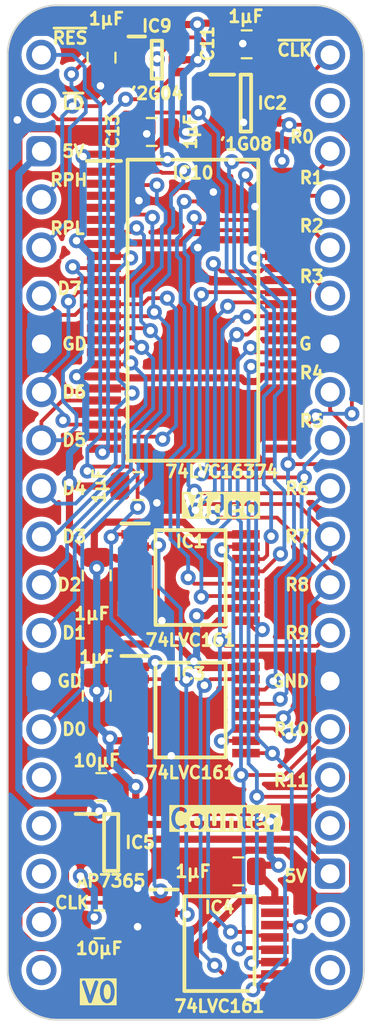
<source format=kicad_pcb>
(kicad_pcb (version 20221018) (generator pcbnew)
  (layers (0 "F.Cu" signal) (31 "B.Cu" signal) (36 "B.SilkS" user "B.Silkscreen") (37 "F.SilkS" user "F.Silkscreen") (38 "B.Mask" user) (39 "F.Mask" user) (44 "Edge.Cuts" user))
  (net 0 "")
  (net 1 "/5V")
  (net 2 "/GND")
  (net 3 "/3.3V")
  (net 5 "/D0")
  (net 6 "/D1")
  (net 7 "/D2")
  (net 8 "/D3")
  (net 9 "/D4")
  (net 10 "/D5")
  (net 11 "/D6")
  (net 12 "/D7")
  (net 13 "/~{Reset}")
  (net 14 "/R3")
  (net 15 "/R2")
  (net 16 "/R1")
  (net 17 "/R0")
  (net 18 "/TC_{0123}")
  (net 19 "/R7")
  (net 20 "/R6")
  (net 21 "/R5")
  (net 22 "/R4")
  (net 23 "/TC_{4567}")
  (net 24 "/R11")
  (net 25 "/R10")
  (net 26 "/R9")
  (net 27 "/R8")
  (net 29 "/Read Row Position Low")
  (net 30 "/Clock Read Row Position")
  (net 31 "/Read Row Position High")
  (net 32 "/~{Read Row Position High}")
  (net 33 "/~{Read Row Position Low}")
  (net 42 "/~{Load}")
  (net 43 "/CLK")
  (net 44 "/~{CLK}")
  (footprint "SamacSys_Parts:C_0805" (layer "F.Cu") (at 99.7516 57.8612 90)
    (fp_text reference "C11")
    (fp_text value "1μF")
  )
  (footprint "SamacSys_Parts:C_0805" (layer "F.Cu") (at 91.948 104.267 -90)
    (fp_text reference "C8" hide)
    (fp_text value "10µF")
  )
  (footprint "SamacSys_Parts:C_0805" (layer "F.Cu") (at 93.98 81.153 -90)
    (fp_text reference "C12" hide)
    (fp_text value "1μF")
  )
  (footprint "SamacSys_Parts:C_0805" (layer "F.Cu") (at 91.821 92.202 180)
    (fp_text reference "C6" hide)
    (fp_text value "1μF")
  )
  (footprint "SamacSys_Parts:SOT95P275X110-5N" (layer "F.Cu") (at 99.695 60.96)
    (fp_text reference "IC2")
    (fp_text value "74LVC1G08GV,125" hide)
  )
  (footprint "SamacSys_Parts:SOP65P640X110-16N" (layer "F.Cu") (at 96.774 92.964)
    (fp_text reference "IC3")
    (fp_text value "74LVC161PW,112" hide)
  )
  (footprint "SamacSys_Parts:C_0805" (layer "F.Cu") (at 91.821 85.852 180)
    (fp_text reference "C5" hide)
    (fp_text value "1μF")
  )
  (footprint "SamacSys_Parts:SOP64P1025X280-48N" (layer "F.Cu") (at 96.901 71.882)
    (fp_text reference "IC10")
    (fp_text value "74LVC16374ADL" hide)
  )
  (footprint "SamacSys_Parts:C_0805" (layer "F.Cu") (at 92.075 58.547 180)
    (fp_text reference "C10" hide)
    (fp_text value "1μF")
  )
  (footprint "SamacSys_Parts:C_0805" (layer "F.Cu") (at 99.314 101.473 90)
    (fp_text reference "C7" hide)
    (fp_text value "1μF")
  )
  (footprint "SamacSys_Parts:SOP65P640X110-16N" (layer "F.Cu") (at 96.774 85.979)
    (fp_text reference "IC1")
    (fp_text value "74LVC161PW,112" hide)
  )
  (footprint "SamacSys_Parts:C_0805" (layer "F.Cu") (at 92.075 97.028 90)
    (fp_text reference "C9" hide)
    (fp_text value "10µF")
  )
  (footprint "SamacSys_Parts:SOP65P640X110-16N" (layer "F.Cu") (at 98.298 105.283)
    (fp_text reference "IC4")
    (fp_text value "74LVC161PW,112" hide)
  )
  (footprint "SamacSys_Parts:SOT95P285X130-5N" (layer "F.Cu") (at 92.583 99.949)
    (fp_text reference "IC5")
    (fp_text value "AP7365-33WG-7" hide)
  )
  (footprint "SamacSys_Parts:SOP65P210X110-6N" (layer "F.Cu") (at 94.996 58.674)
    (fp_text reference "IC9")
    (fp_text value "74LVC2G04GW-Q100H" hide)
  )
  (footprint "SamacSys_Parts:C_0805" (layer "F.Cu") (at 94.742 62.484 90)
    (fp_text reference "C13")
    (fp_text value "1μF")
  )
  (footprint "SamacSys_Parts:DIP-40_Board_W15.24mm" (layer "F.Cu") (at 88.9 58.42)
    (fp_text reference "J3" hide)
    (fp_text value "Conn_02x20_Counter_Clockwise" hide)
    (fp_line (start -1.778 48.26) (end -1.778 0) (stroke (width 0.1)) (layer "Edge.Cuts"))
    (fp_line (start 0.835732 -2.613732) (end 14.404267 -2.613733) (stroke (width 0.1)) (layer "Edge.Cuts"))
    (fp_line (start 14.404268 50.873732) (end 0.835733 50.873733) (stroke (width 0.1)) (layer "Edge.Cuts"))
    (fp_line (start 17.018 48.26) (end 17.017999 -0.000001) (stroke (width 0.1)) (layer "Edge.Cuts"))
    (fp_arc (start -1.778 0) (mid -1.012456 -1.848188) (end 0.835732 -2.613732) (stroke (width 0.1)) (layer "Edge.Cuts"))
    (fp_arc (start 0.835733 50.873733) (mid -1.012457 50.10819) (end -1.778 48.26) (stroke (width 0.1)) (layer "Edge.Cuts"))
    (fp_arc (start 14.404267 -2.613733) (mid 16.252448 -1.848183) (end 17.017999 -0.000001) (stroke (width 0.1)) (layer "Edge.Cuts"))
    (fp_arc (start 17.018 48.26) (mid 16.252456 50.108187) (end 14.404268 50.873732) (stroke (width 0.1)) (layer "Edge.Cuts"))
  )
  (gr_text "R1" (at 103.886 64.897) (layer "F.SilkS") (effects (font (size 0.635 0.635)) (justify right)))
  (gr_text "R0" (at 103.378 62.738) (layer "F.SilkS") (effects (font (size 0.635 0.635)) (justify right)))
  (gr_text "5V" (at 102.997 101.727) (layer "F.SilkS") (effects (font (size 0.635 0.635)) (justify right)))
  (gr_text "D5" (at 89.916 78.74) (layer "F.SilkS") (effects (font (size 0.635 0.635)) (justify left)))
  (gr_text "~{CLK}" (at 103.251 58.166) (layer "F.SilkS") (effects (font (size 0.635 0.635)) (justify right)))
  (gr_text "V0" (at 91.948 108.458) (layer "F.SilkS" knockout) (effects (font (size 1 1) (thickness 0.2) bold) (justify bottom)))
  (gr_text "G" (at 103.251 73.66) (layer "F.SilkS") (effects (font (size 0.635 0.635)) (justify right)))
  (gr_text "GD" (at 89.662 91.44) (layer "F.SilkS") (effects (font (size 0.635 0.635)) (justify left)))
  (gr_text "R11" (at 103.124 96.6724) (layer "F.SilkS") (effects (font (size 0.635 0.635)) (justify right)))
  (gr_text "CLK" (at 89.535 103.124) (layer "F.SilkS") (effects (font (size 0.635 0.635)) (justify left)))
  (gr_text "D0" (at 89.916 93.98) (layer "F.SilkS") (effects (font (size 0.635 0.635)) (justify left)))
  (gr_text "D4" (at 89.916 81.28) (layer "F.SilkS") (effects (font (size 0.635 0.635)) (justify left)))
  (gr_text "D6" (at 89.916 76.2) (layer "F.SilkS") (effects (font (size 0.635 0.635)) (justify left)))
  (gr_text "~{RES}" (at 89.408 57.531) (layer "F.SilkS") (effects (font (size 0.635 0.635)) (justify left)))
  (gr_text "D7" (at 89.662 70.739) (layer "F.SilkS") (effects (font (size 0.635 0.635)) (justify left)))
  (gr_text "R6" (at 103.124 81.28) (layer "F.SilkS") (effects (font (size 0.635 0.635)) (justify right)))
  (gr_text "D1" (at 89.916 88.9) (layer "F.SilkS") (effects (font (size 0.635 0.635)) (justify left)))
  (gr_text "RPH" (at 89.281 65.024) (layer "F.SilkS") (effects (font (size 0.635 0.635)) (justify left)))
  (gr_text "R5" (at 103.886 77.724) (layer "F.SilkS") (effects (font (size 0.635 0.635)) (justify right)))
  (gr_text "~{LD}" (at 89.916 60.96) (layer "F.SilkS") (effects (font (size 0.635 0.635)) (justify left)))
  (gr_text "R8" (at 103.124 86.36) (layer "F.SilkS") (effects (font (size 0.635 0.635)) (justify right)))
  (gr_text "R2" (at 103.886 67.437) (layer "F.SilkS") (effects (font (size 0.635 0.635)) (justify right)))
  (gr_text "Counter" (at 98.552 99.314) (layer "F.SilkS" knockout) (effects (font (size 1 1) (thickness 0.2) bold) (justify bottom)))
  (gr_text "R9" (at 103.124 88.9) (layer "F.SilkS") (effects (font (size 0.635 0.635)) (justify right)))
  (gr_text "R10" (at 103.124 93.98) (layer "F.SilkS") (effects (font (size 0.635 0.635)) (justify right)))
  (gr_text "R7" (at 103.124 83.82) (layer "F.SilkS") (effects (font (size 0.635 0.635)) (justify right)))
  (gr_text "D3" (at 89.916 83.82) (layer "F.SilkS") (effects (font (size 0.635 0.635)) (justify left)))
  (gr_text "R3" (at 103.886 70.104) (layer "F.SilkS") (effects (font (size 0.635 0.635)) (justify right)))
  (gr_text "R4" (at 103.886 75.184) (layer "F.SilkS") (effects (font (size 0.635 0.635)) (justify right)))
  (gr_text "RPL" (at 89.281 67.564) (layer "F.SilkS") (effects (font (size 0.635 0.635)) (justify left)))
  (gr_text "Video" (at 98.425 82.804) (layer "F.SilkS" knockout) (effects (font (size 1 1) (thickness 0.2) bold) (justify bottom)))
  (gr_text "GND" (at 103.124 91.44) (layer "F.SilkS") (effects (font (size 0.635 0.635)) (justify right)))
  (gr_text "D2" (at 89.662 86.36) (layer "F.SilkS") (effects (font (size 0.635 0.635)) (justify left)))
  (gr_text "GD" (at 89.916 73.66) (layer "F.SilkS") (effects (font (size 0.635 0.635)) (justify left)))
  (gr_text "5V" (at 89.916 63.5) (layer "F.SilkS") (effects (font (size 0.635 0.635)) (justify left)))
  (segment (start 91.283 98.999) (end 92.238 98.999) (width 0.38) (layer "F.Cu") (net 1))
  (segment (start 92.292 99.778) (end 92.248 99.822) (width 0.38) (layer "F.Cu") (net 1))
  (segment (start 92.248 99.009) (end 92.248 99.822) (width 0.38) (layer "F.Cu") (net 1))
  (segment (start 92.014 100.899) (end 91.283 100.899) (width 0.38) (layer "F.Cu") (net 1))
  (segment (start 90.96 101.222) (end 90.96 101.727) (width 0.38) (layer "F.Cu") (net 1))
  (segment (start 91.395 103.886) (end 91.693998 103.886) (width 0.38) (layer "F.Cu") (net 1))
  (segment (start 91.283 98.963) (end 91.948 98.298) (width 0.38) (layer "F.Cu") (net 1))
  (segment (start 92.248 99.822) (end 92.248 100.665) (width 0.38) (layer "F.Cu") (net 1))
  (segment (start 102.318 99.778) (end 92.292 99.778) (width 0.38) (layer "F.Cu") (net 1))
  (segment (start 92.248 100.665) (end 92.014 100.899) (width 0.38) (layer "F.Cu") (net 1))
  (segment (start 91.014 104.267) (end 91.395 103.886) (width 0.38) (layer "F.Cu") (net 1))
  (segment (start 104.14 101.6) (end 102.318 99.778) (width 0.38) (layer "F.Cu") (net 1))
  (segment (start 91.283 100.899) (end 90.96 101.222) (width 0.38) (layer "F.Cu") (net 1))
  (segment (start 92.238 98.999) (end 92.248 99.009) (width 0.38) (layer "F.Cu") (net 1))
  (via (at 91.693998 103.886) (size 0.8) (drill 0.4) (layers "F.Cu" "B.Cu") (net 1))
  (via (at 91.948 98.298) (size 0.8) (drill 0.4) (layers "F.Cu" "B.Cu") (net 1))
  (via (at 90.96 101.727) (size 0.8) (drill 0.4) (layers "F.Cu" "B.Cu") (net 1))
  (segment (start 88.472 97.87) (end 87.71 97.108) (width 0.38) (layer "B.Cu") (net 1))
  (segment (start 91.693998 102.460998) (end 91.693998 103.886) (width 0.38) (layer "B.Cu") (net 1))
  (segment (start 91.948 98.298) (end 91.52 97.87) (width 0.38) (layer "B.Cu") (net 1))
  (segment (start 87.71 97.108) (end 87.71 64.69) (width 0.38) (layer "B.Cu") (net 1))
  (segment (start 91.52 97.87) (end 88.472 97.87) (width 0.38) (layer "B.Cu") (net 1))
  (segment (start 90.96 101.727) (end 91.693998 102.460998) (width 0.38) (layer "B.Cu") (net 1))
  (segment (start 87.71 64.69) (end 88.9 63.5) (width 0.38) (layer "B.Cu") (net 1))
  (segment (start 93.849 86.304) (end 93.849 86.954) (width 0.38) (layer "F.Cu") (net 2))
  (segment (start 91.283 99.949) (end 90.678 99.949) (width 0.38) (layer "F.Cu") (net 2))
  (segment (start 87.71 104.632915) (end 88.567085 105.49) (width 0.38) (layer "F.Cu") (net 2))
  (segment (start 92.201 70.294) (end 90.921 70.294) (width 0.38) (layer "F.Cu") (net 2))
  (segment (start 90.17 100.457) (end 90.17 102.172915) (width 0.38) (layer "F.Cu") (net 2))
  (segment (start 93.849 93.939) (end 94.954 93.939) (width 0.38) (layer "F.Cu") (net 2))
  (segment (start 102.881 73.47) (end 102.891 73.48) (width 0.38) (layer "F.Cu") (net 2))
  (segment (start 93.934 58.674) (end 93.209782 58.674) (width 0.38) (layer "F.Cu") (net 2))
  (segment (start 91.313 93.676) (end 91.821 93.168) (width 0.38) (layer "F.Cu") (net 2))
  (segment (start 100.24319 66.484) (end 100.177428 66.418238) (width 0.38) (layer "F.Cu") (net 2))
  (segment (start 94.954 93.939) (end 94.964 93.949) (width 0.38) (layer "F.Cu") (net 2))
  (segment (start 95.261002 88.254) (end 95.261004 88.253998) (width 0.38) (layer "F.Cu") (net 2))
  (segment (start 103.412771 102.79) (end 104.982 102.79) (width 0.38) (layer "F.Cu") (net 2))
  (segment (start 102.95 73.401) (end 102.95 70.565) (width 0.38) (layer "F.Cu") (net 2))
  (segment (start 90.297 92.837) (end 90.297 96.393) (width 0.38) (layer "F.Cu") (net 2))
  (segment (start 101.601 73.47) (end 102.881 73.47) (width 0.38) (layer "F.Cu") (net 2))
  (segment (start 92.744 88.254) (end 93.849 88.254) (width 0.38) (layer "F.Cu") (net 2))
  (segment (start 92.075 59.513) (end 92.075 59.996591) (width 0.38) (layer "F.Cu") (net 2))
  (segment (start 87.71 72.47) (end 88.9 73.66) (width 0.38) (layer "F.Cu") (net 2))
  (segment (start 102.95 70.565) (end 102.679 70.294) (width 0.38) (layer "F.Cu") (net 2))
  (segment (start 98.348 101.473) (end 94.869 101.473) (width 0.38) (layer "F.Cu") (net 2))
  (segment (start 92.734 86.964) (end 91.967 86.964) (width 0.38) (layer "F.Cu") (net 2))
  (segment (start 87.71 69.232915) (end 87.71 68.087085) (width 0.38) (layer "F.Cu") (net 2))
  (segment (start 99.4918 57.8612) (end 99.530082 57.822918) (width 0.38) (layer "F.Cu") (net 2))
  (segment (start 94.964 95.229) (end 94.954 95.239) (width 0.38) (layer "F.Cu") (net 2))
  (segment (start 101.601 70.294) (end 100.696201 70.294) (width 0.38) (layer "F.Cu") (net 2))
  (segment (start 94.946 81.153) (end 94.946 81.992) (width 0.38) (layer "F.Cu") (net 2))
  (segment (start 88.172771 62.31) (end 94.18701 62.31) (width 0.38) (layer "F.Cu") (net 2))
  (segment (start 94.946 81.992) (end 94.996 82.042) (width 0.38) (layer "F.Cu") (net 2))
  (segment (start 102.489 101.866229) (end 103.412771 102.79) (width 0.38) (layer "F.Cu") (net 2))
  (segment (start 95.373 104.308) (end 95.373 104.958) (width 0.38) (layer "F.Cu") (net 2))
  (segment (start 96.114668 65.356163) (end 97.683994 65.356163) (width 0.38) (layer "F.Cu") (net 2))
  (segment (start 91.821 88.519) (end 91.821 86.818) (width 0.38) (layer "F.Cu") (net 2))
  (segment (start 91.102 66.484) (end 92.201 66.484) (width 0.38) (layer "F.Cu") (net 2))
  (segment (start 92.201 77.28) (end 96.139 77.28) (width 0.38) (layer "F.Cu") (net 2))
  (segment (start 88.567085 105.49) (end 92.072 105.49) (width 0.38) (layer "F.Cu") (net 2))
  (segment (start 90.09 70.386) (end 89.634 69.93) (width 0.38) (layer "F.Cu") (net 2))
  (segment (start 102.891 76) (end 102.881 76.01) (width 0.38) (layer "F.Cu") (net 2))
  (segment (start 88.407085 69.93) (end 87.71 69.232915) (width 0.38) (layer "F.Cu") (net 2))
  (segment (start 94.268 107.558) (end 95.373 107.558) (width 0.38) (layer "F.Cu") (net 2))
  (segment (start 104.14 91.44) (end 102.774 90.074) (width 0.38) (layer "F.Cu") (net 2))
  (segment (start 94.049821 66.105) (end 95.365831 66.105) (width 0.38) (layer "F.Cu") (net 2))
  (segment (start 90.829 70.386) (end 90.09 70.386) (width 0.38) (layer "F.Cu") (net 2))
  (segment (start 101.601 77.914) (end 101.601 78.55) (width 0.38) (layer "F.Cu") (net 2))
  (segment (start 95.373 106.258) (end 94.268 106.258) (width 0.38) (layer "F.Cu") (net 2))
  (segment (start 92.201 66.484) (end 93.263589 66.484) (width 0.38) (layer "F.Cu") (net 2))
  (segment (start 93.849 93.289) (end 93.849 93.939) (width 0.38) (layer "F.Cu") (net 2))
  (segment (start 98.552 101.473) (end 99.667 100.358) (width 0.38) (layer "F.Cu") (net 2))
  (segment (start 100.663735 70.326465) (end 97.761063 70.326465) (width 0.38) (layer "F.Cu") (net 2))
  (segment (start 93.849 93.289) (end 91.942 93.289) (width 0.38) (layer "F.Cu") (net 2))
  (segment (start 92.734 87.503) (end 92.734 88.244) (width 0.38) (layer "F.Cu") (net 2))
  (segment (start 101.601 76.01) (end 101.601 76.644) (width 0.38) (layer "F.Cu") (net 2))
  (segment (start 102.881 76.01) (end 101.601 76.01) (width 0.38) (layer "F.Cu") (net 2))
  (segment (start 89.634 69.93) (end 88.407085 69.93) (width 0.38) (layer "F.Cu") (net 2))
  (segment (start 94.964 93.949) (end 94.964 95.229) (width 0.38) (layer "F.Cu") (net 2))
  (segment (start 104.982 102.79) (end 105.33 102.442) (width 0.38) (layer "F.Cu") (net 2))
  (segment (start 87.71 62.772771) (end 88.172771 62.31) (width 0.38) (layer "F.Cu") (net 2))
  (segment (start 100.177428 66.418238) (end 98.746069 66.418238) (width 0.38) (layer "F.Cu") (net 2))
  (segment (start 101.601 66.484) (end 100.24319 66.484) (width 0.38) (layer "F.Cu") (net 2))
  (segment (start 95.441008 70.294) (end 97.155004 68.580004) (width 0.38) (layer "F.Cu") (net 2))
  (segment (start 90.678 99.949) (end 90.17 99.441) (width 0.38) (layer "F.Cu") (net 2))
  (segment (start 99.568 61.976) (end 98.511 61.976) (width 0.38) (layer "F.Cu") (net 2))
  (segment (start 94.258 107.548) (end 94.268 107.558) (width 0.38) (layer "F.Cu") (net 2))
  (segment (start 102.774 90.074) (end 97.753146 90.074) (width 0.38) (layer "F.Cu") (net 2))
  (segment (start 97.155004 69.720406) (end 97.155004 68.580004) (width 0.38) (layer "F.Cu") (net 2))
  (segment (start 93.849 91.989) (end 93.849 92.639) (width 0.38) (layer "F.Cu") (net 2))
  (segment (start 98.746069 66.418238) (end 97.977428 65.649597) (width 0.38) (layer "F.Cu") (net 2))
  (segment (start 92.072 105.49) (end 92.914 104.648) (width 0.38) (layer "F.Cu") (net 2))
  (segment (start 94.258 106.268) (end 94.258 107.548) (width 0.38) (layer "F.Cu") (net 2))
  (segment (start 96.139 77.28) (end 101.601 77.28) (width 0.38) (layer "F.Cu") (net 2))
  (segment (start 102.489 101.10329) (end 102.489 101.866229) (width 0.38) (layer "F.Cu") (net 2))
  (segment (start 96.092148 80.006852) (end 96.092148 77.326852) (width 0.38) (layer "F.Cu") (net 2))
  (segment (start 92.190803 95.239) (end 91.313 94.361197) (width 0.38) (layer "F.Cu") (net 2))
  (segment (start 88.487085 67.31) (end 90.276 67.31) (width 0.38) (layer "F.Cu") (net 2))
  (segment (start 94.18701 62.31) (end 94.45989 62.58288) (width 0.38) (layer "F.Cu") (net 2))
  (segment (start 92.744 86.954) (end 92.734 86.964) (width 0.38) (layer "F.Cu") (net 2))
  (segment (start 95.933144 88.253998) (end 95.261004 88.253998) (width 0.38) (layer "F.Cu") (net 2))
  (segment (start 92.201 73.47) (end 89.09 73.47) (width 0.38) (layer "F.Cu") (net 2))
  (segment (start 93.849 88.254) (end 95.261002 88.254) (width 0.38) (layer "F.Cu") (net 2))
  (segment (start 93.209782 58.674) (end 92.370782 59.513) (width 0.38) (layer "F.Cu") (net 2))
  (segment (start 87.71 90.25) (end 88.9 91.44) (width 0.38) (layer "F.Cu") (net 2))
  (segment (start 93.849 95.239) (end 92.190803 95.239) (width 0.38) (layer "F.Cu") (net 2))
  (segment (start 95.287 104.394) (end 95.373 104.308) (width 0.38) (layer "F.Cu") (net 2))
  (segment (start 99.667 100.358) (end 101.74371 100.358) (width 0.38) (layer "F.Cu") (net 2))
  (segment (start 103.95 73.47) (end 101.601 73.47) (width 0.38) (layer "F.Cu") (net 2))
  (segment (start 93.263589 66.484) (end 93.642589 66.105) (width 0.38) (layer "F.Cu") (net 2))
  (segment (start 92.075 59.996591) (end 92.018895 60.052696) (width 0.38) (layer "F.Cu") (net 2))
  (segment (start 88.9 91.44) (end 91.821 88.519) (width 0.38) (layer "F.Cu") (net 2))
  (segment (start 94.268 106.258) (end 94.258 106.268) (width 0.38) (layer "F.Cu") (net 2))
  (segment (start 93.642589 66.105) (end 94.049821 66.105) (width 0.38) (layer "F.Cu") (net 2))
  (segment (start 94.946 81.153) (end 96.092148 80.006852) (width 0.38) (layer "F.Cu") (net 2))
  (segment (start 88.9 73.66) (end 87.71 74.85) (width 0.38) (layer "F.Cu") (net 2))
  (segment (start 98.7856 57.8612) (end 99.4918 57.8612) (width 0.38) (layer "F.Cu") (net 2))
  (segment (start 92.734 86.964) (end 92.734 87.503) (width 0.38) (layer "F.Cu") (net 2))
  (segment (start 102.891 73.48) (end 102.891 76) (width 0.38) (layer "F.Cu") (net 2))
  (segment (start 101.601 76.644) (end 101.601 77.28) (width 0.38) (layer "F.Cu") (net 2))
  (segment (start 91.313 94.361197) (end 91.313 93.676) (width 0.38) (layer "F.Cu") (net 2))
  (segment (start 87.71 68.087085) (end 88.487085 67.31) (width 0.38) (layer "F.Cu") (net 2))
  (segment (start 87.71 70.627085) (end 87.71 72.47) (width 0.38) (layer "F.Cu") (net 2))
  (segment (start 101.601 77.28) (end 101.601 77.914) (width 0.38) (layer "F.Cu") (net 2))
  (segment (start 97.761063 70.326465) (end 97.155004 69.720406) (width 0.38) (layer "F.Cu") (net 2))
  (segment (start 94.964 95.229) (end 95.61 95.229) (width 0.38) (layer "F.Cu") (net 2))
  (segment (start 105.33 92.63) (end 104.14 91.44) (width 0.38) (layer "F.Cu") (net 2))
  (segment (start 90.17 97.79) (end 90.932 97.028) (width 0.38) (layer "F.Cu") (net 2))
  (segment (start 88.487085 67.31) (end 87.71 66.532915) (width 0.38) (layer "F.Cu") (net 2))
  (segment (start 94.869 101.473) (end 93.98 102.362) (width 0.38) (layer "F.Cu") (net 2))
  (segment (start 90.17 102.172915) (end 89.392915 102.95) (width 0.38) (layer "F.Cu") (net 2))
  (segment (start 90.921 70.294) (end 90.829 70.386) (width 0.38) (layer "F.Cu") (net 2))
  (segment (start 96.092148 77.326852) (end 96.139 77.28) (width 0.38) (layer "F.Cu") (net 2))
  (segment (start 95.373 104.958) (end 95.373 105.608) (width 0.38) (layer "F.Cu") (net 2))
  (segment (start 87.71 74.85) (end 87.71 90.25) (width 0.38) (layer "F.Cu") (net 2))
  (segment (start 100.696201 70.294) (end 100.663735 70.326465) (width 0.38) (layer "F.Cu") (net 2))
  (segment (start 102.881 73.47) (end 102.95 73.401) (width 0.38) (layer "F.Cu") (net 2))
  (segment (start 90.276 67.31) (end 91.102 66.484) (width 0.38) (layer "F.Cu") (net 2))
  (segment (start 92.201 70.294) (end 95.441008 70.294) (width 0.38) (layer "F.Cu") (net 2))
  (segment (start 92.991 104.394) (end 93.98 104.394) (width 0.38) (layer "F.Cu") (net 2))
  (segment (start 95.365831 66.105) (end 96.114668 65.356163) (width 0.38) (layer "F.Cu") (net 2))
  (segment (start 97.753146 90.074) (end 95.933144 88.253998) (width 0.38) (layer "F.Cu") (net 2))
  (segment (start 93.849 85.654) (end 93.849 86.304) (width 0.38) (layer "F.Cu") (net 2))
  (segment (start 88.407085 69.93) (end 87.71 70.627085) (width 0.38) (layer "F.Cu") (net 2))
  (segment (start 105.33 102.442) (end 105.33 92.63) (width 0.38) (layer "F.Cu") (net 2))
  (segment (start 88.9 91.44) (end 90.297 92.837) (width 0.38) (layer "F.Cu") (net 2))
  (segment (start 102.679 70.294) (end 101.601 70.294) (width 0.38) (layer "F.Cu") (net 2))
  (segment (start 93.849 92.639) (end 93.849 93.289) (width 0.38) (layer "F.Cu") (net 2))
  (segment (start 88.172771 62.31) (end 87.711771 61.849) (width 0.38) (layer "F.Cu") (net 2))
  (segment (start 88.407085 102.95) (end 87.71 103.647085) (width 0.38) (layer "F.Cu") (net 2))
  (segment (start 87.71 66.532915) (end 87.71 62.772771) (width 0.38) (layer "F.Cu") (net 2))
  (segment (start 93.189 86.964) (end 91.967 86.964) (width 0.38) (layer "F.Cu") (net 2))
  (segment (start 89.392915 102.95) (end 88.407085 102.95) (width 0.38) (layer "F.Cu") (net 2))
  (segment (start 92.734 88.244) (end 92.744 88.254) (width 0.38) (layer "F.Cu") (net 2))
  (segment (start 94.954 95.239) (end 93.849 95.239) (width 0.38) (layer "F.Cu") (net 2))
  (segment (start 90.297 96.393) (end 90.932 97.028) (width 0.38) (layer "F.Cu") (net 2))
  (segment (start 87.711771 61.849) (end 87.503 61.849) (width 0.38) (layer "F.Cu") (net 2))
  (segment (start 101.74371 100.358) (end 102.489 101.10329) (width 0.38) (layer "F.Cu") (net 2))
  (segment (start 93.849 86.954) (end 92.744 86.954) (width 0.38) (layer "F.Cu") (net 2))
  (segment (start 95.61 95.229) (end 95.758 95.377) (width 0.38) (layer "F.Cu") (net 2))
  (segment (start 95.373 105.608) (end 95.373 106.258) (width 0.38) (layer "F.Cu") (net 2))
  (segment (start 90.17 99.441) (end 90.17 97.79) (width 0.38) (layer "F.Cu") (net 2))
  (segment (start 93.98 104.394) (end 95.287 104.394) (width 0.38) (layer "F.Cu") (net 2))
  (segment (start 90.678 99.949) (end 90.17 100.457) (width 0.38) (layer "F.Cu") (net 2))
  (segment (start 87.71 103.647085) (end 87.71 104.632915) (width 0.38) (layer "F.Cu") (net 2))
  (segment (start 97.683994 65.356163) (end 97.977428 65.649597) (width 0.38) (layer "F.Cu") (net 2))
  (via (at 97.977428 65.649597) (size 0.8) (drill 0.4) (layers "F.Cu" "B.Cu") (net 2))
  (via (at 100.177428 66.418238) (size 0.8) (drill 0.4) (layers "F.Cu" "B.Cu") (net 2))
  (via (at 93.98 102.362) (size 0.8) (drill 0.4) (layers "F.Cu" "B.Cu") (net 2))
  (via (at 94.049821 66.105) (size 0.8) (drill 0.4) (layers "F.Cu" "B.Cu") (net 2))
  (via (at 87.63 61.849) (size 0.8) (drill 0.4) (layers "F.Cu" "B.Cu") (net 2))
  (via (at 95.758 95.377) (size 0.8) (drill 0.4) (layers "F.Cu" "B.Cu") (net 2))
  (via (at 97.155004 68.580004) (size 0.8) (drill 0.4) (layers "F.Cu" "B.Cu") (net 2))
  (via (at 95.261004 88.253998) (size 0.8) (drill 0.4) (layers "F.Cu" "B.Cu") (net 2))
  (via (at 93.98 104.394) (size 0.8) (drill 0.4) (layers "F.Cu" "B.Cu") (net 2))
  (via (at 99.568 61.976) (size 0.8) (drill 0.4) (layers "F.Cu" "B.Cu") (net 2))
  (via (at 94.996 82.042) (size 0.8) (drill 0.4) (layers "F.Cu" "B.Cu") (net 2))
  (via (at 94.45989 62.58288) (size 0.8) (drill 0.4) (layers "F.Cu" "B.Cu") (net 2))
  (via (at 99.530082 57.822918) (size 0.8) (drill 0.4) (layers "F.Cu" "B.Cu") (net 2))
  (via (at 92.018895 60.052696) (size 0.8) (drill 0.4) (layers "F.Cu" "B.Cu") (net 2))
  (segment (start 97.977428 67.75758) (end 97.977428 65.649597) (width 0.38) (layer "B.Cu") (net 2))
  (segment (start 105.664 58.261085) (end 104.632915 57.23) (width 0.38) (layer "B.Cu") (net 2))
  (segment (start 94.294294 83.632706) (end 94.294294 87.287288) (width 0.38) (layer "B.Cu") (net 2))
  (segment (start 94.615 104.394) (end 95.985527 103.023473) (width 0.38) (layer "B.Cu") (net 2))
  (segment (start 105.664 72.136) (end 105.664 58.261085) (width 0.38) (layer "B.Cu") (net 2))
  (segment (start 93.853 59.944) (end 94.45989 60.55089) (width 0.38) (layer "B.Cu") (net 2))
  (segment (start 99.568 58.166) (end 99.568 57.860836) (width 0.38) (layer "B.Cu") (net 2))
  (segment (start 93.98 104.394) (end 93.98 102.362) (width 0.38) (layer "B.Cu") (net 2))
  (segment (start 95.758 95.377) (end 95.758 88.750994) (width 0.38) (layer "B.Cu") (net 2))
  (segment (start 95.985527 102.182493) (end 95.758 101.954966) (width 0.38) (layer "B.Cu") (net 2))
  (segment (start 95.758 88.750994) (end 95.261004 88.253998) (width 0.38) (layer "B.Cu") (net 2))
  (segment (start 102.87 72.39) (end 102.87 69.20947) (width 0.38) (layer "B.Cu") (net 2))
  (segment (start 87.503 58.134085) (end 88.407085 57.23) (width 0.38) (layer "B.Cu") (net 2))
  (segment (start 94.45989 60.55089) (end 94.45989 62.58288) (width 0.38) (layer "B.Cu") (net 2))
  (segment (start 99.568 61.976) (end 99.568 58.166) (width 0.38) (layer "B.Cu") (net 2))
  (segment (start 93.906855 63.135915) (end 94.45989 62.58288) (width 0.38) (layer "B.Cu") (net 2))
  (segment (start 99.568 57.860836) (end 99.530082 57.822918) (width 0.38) (layer "B.Cu") (net 2))
  (segment (start 90.123 57.23) (end 92.018895 59.125895) (width 0.38) (layer "B.Cu") (net 2))
  (segment (start 94.049821 66.105) (end 93.906855 65.962034) (width 0.38) (layer "B.Cu") (net 2))
  (segment (start 93.906855 65.962034) (end 93.906855 63.135915) (width 0.38) (layer "B.Cu") (net 2))
  (segment (start 100.123 57.23) (end 99.530082 57.822918) (width 0.38) (layer "B.Cu") (net 2))
  (segment (start 88.407085 57.23) (end 90.123 57.23) (width 0.38) (layer "B.Cu") (net 2))
  (segment (start 97.155004 68.580004) (end 97.977428 67.75758) (width 0.38) (layer "B.Cu") (net 2))
  (segment (start 92.018895 60.052696) (end 92.127591 59.944) (width 0.38) (layer "B.Cu") (net 2))
  (segment (start 95.985527 103.023473) (end 95.985527 102.182493) (width 0.38) (layer "B.Cu") (net 2))
  (segment (start 92.127591 59.944) (end 93.853 59.944) (width 0.38) (layer "B.Cu") (net 2))
  (segment (start 95.758 101.954966) (end 95.758 95.377) (width 0.38) (layer "B.Cu") (net 2))
  (segment (start 92.018895 59.125895) (end 92.018895 60.052696) (width 0.38) (layer "B.Cu") (net 2))
  (segment (start 87.503 61.849) (end 87.503 58.134085) (width 0.38) (layer "B.Cu") (net 2))
  (segment (start 93.98 104.394) (end 94.615 104.394) (width 0.38) (layer "B.Cu") (net 2))
  (segment (start 104.632915 57.23) (end 100.123 57.23) (width 0.38) (layer "B.Cu") (net 2))
  (segment (start 94.294294 87.287288) (end 95.261004 88.253998) (width 0.38) (layer "B.Cu") (net 2))
  (segment (start 104.14 73.66) (end 105.664 72.136) (width 0.38) (layer "B.Cu") (net 2))
  (segment (start 102.87 69.20947) (end 100.177428 66.516898) (width 0.38) (layer "B.Cu") (net 2))
  (segment (start 104.14 73.66) (end 102.87 72.39) (width 0.38) (layer "B.Cu") (net 2))
  (segment (start 94.996 82.931) (end 94.294294 83.632706) (width 0.38) (layer "B.Cu") (net 2))
  (segment (start 100.177428 66.516898) (end 100.177428 66.418238) (width 0.38) (layer "B.Cu") (net 2))
  (segment (start 94.996 82.042) (end 94.996 82.931) (width 0.38) (layer "B.Cu") (net 2))
  (segment (start 100.6856 59.7506) (end 100.945 60.01) (width 0.38) (layer "F.Cu") (net 3))
  (segment (start 98.05774 68.167763) (end 100.307769 68.167763) (width 0.38) (layer "F.Cu") (net 3))
  (segment (start 93.883 98.999) (end 100.810742 98.999) (width 0.38) (layer "F.Cu") (net 3))
  (segment (start 91.821 90.987) (end 93.324838 89.483162) (width 0.38) (layer "F.Cu") (net 3))
  (segment (start 97.028 106.358) (end 96.478 106.908) (width 0.38) (layer "F.Cu") (net 3))
  (segment (start 97.625096 87.994291) (end 97.093 87.994291) (width 0.38) (layer "F.Cu") (net 3))
  (segment (start 98.015387 87.604) (end 97.625096 87.994291) (width 0.38) (layer "F.Cu") (net 3))
  (segment (start 97.679977 67.79) (end 98.05774 68.167763) (width 0.38) (layer "F.Cu") (net 3))
  (segment (start 92.878 85.004) (end 93.849 85.004) (width 0.38) (layer "F.Cu") (net 3))
  (segment (start 93.21155 68.39) (end 93.266521 68.335029) (width 0.38) (layer "F.Cu") (net 3))
  (segment (start 91.821 91.268) (end 91.821 91.941512) (width 0.38) (layer "F.Cu") (net 3))
  (segment (start 96.282742 68.335029) (end 96.827771 67.79) (width 0.38) (layer "F.Cu") (net 3))
  (segment (start 94.964 85.26479) (end 94.964 87.433772) (width 0.38) (layer "F.Cu") (net 3))
  (segment (start 100.530006 68.39) (end 101.601 68.39) (width 0.38) (layer "F.Cu") (net 3))
  (segment (start 96.418771 83.058) (end 92.202 83.058) (width 0.38) (layer "F.Cu") (net 3))
  (segment (start 100.261244 101.473) (end 100.586244 101.148) (width 0.38) (layer "F.Cu") (net 3))
  (segment (start 94.505 63.655) (end 91.227004 63.655) (width 0.38) (layer "F.Cu") (net 3))
  (segment (start 90.927174 68.39) (end 90.755152 68.217978) (width 0.38) (layer "F.Cu") (net 3))
  (segment (start 93.883 98.999) (end 93.883 96.998015) (width 0.38) (layer "F.Cu") (net 3))
  (segment (start 97.028 105.41) (end 97.028 106.358) (width 0.38) (layer "F.Cu") (net 3))
  (segment (start 97.112303 56.817536) (end 97.130839 56.799) (width 0.38) (layer "F.Cu") (net 3))
  (segment (start 91.227004 63.655) (end 91.100004 63.782) (width 0.38) (layer "F.Cu") (net 3))
  (segment (start 96.519992 62.484) (end 96.519996 62.483996) (width 0.38) (layer "F.Cu") (net 3))
  (segment (start 97.183639 56.7462) (end 97.130839 56.799) (width 0.38) (layer "F.Cu") (net 3))
  (segment (start 97.285917 90.724) (end 96.956484 90.394567) (width 0.38) (layer "F.Cu") (net 3))
  (segment (start 96.058 58.674) (end 97.155 58.674) (width 0.38) (layer "F.Cu") (net 3))
  (segment (start 100.810742 98.999) (end 100.976344 98.833398) (width 0.38) (layer "F.Cu") (net 3))
  (segment (start 99.43 103.008) (end 97.028 105.41) (width 0.38) (layer "F.Cu") (net 3))
  (segment (start 93.883 96.998015) (end 93.88301 96.998005) (width 0.38) (layer "F.Cu") (net 3))
  (segment (start 92.201 68.39) (end 90.927174 68.39) (width 0.38) (layer "F.Cu") (net 3))
  (segment (start 93.288333 75.45231) (end 99.447317 75.45231) (width 0.38) (layer "F.Cu") (net 3))
  (segment (start 101.223 103.008) (end 101.223 102.448) (width 0.38) (layer "F.Cu") (net 3))
  (segment (start 93.046 81.153) (end 90.574701 81.153) (width 0.38) (layer "F.Cu") (net 3))
  (segment (start 99.664 90.724) (end 97.285917 90.724) (width 0.38) (layer "F.Cu") (net 3))
  (segment (start 100.6856 57.8612) (end 100.6856 59.7506) (width 0.38) (layer "F.Cu") (net 3))
  (segment (start 93.324838 89.483162) (end 96.045079 89.483162) (width 0.38) (layer "F.Cu") (net 3))
  (segment (start 101.223 102.448) (end 100.248 101.473) (width 0.38) (layer "F.Cu") (net 3))
  (segment (start 94.793772 87.604) (end 93.849 87.604) (width 0.38) (layer "F.Cu") (net 3))
  (segment (start 100.586244 101.148) (end 101.416481 101.148) (width 0.38) (layer "F.Cu") (net 3))
  (segment (start 100.307769 68.167763) (end 100.530006 68.39) (width 0.38) (layer "F.Cu") (net 3))
  (segment (start 92.201 68.39) (end 93.21155 68.39) (width 0.38) (layer "F.Cu") (net 3))
  (segment (start 99.63958 75.644573) (end 100.294038 75.644573) (width 0.38) (layer "F.Cu") (net 3))
  (segment (start 93.853015 97.028) (end 93.88301 96.998005) (width 0.38) (layer "F.Cu") (net 3))
  (segment (start 96.045079 89.483162) (end 96.956484 90.394567) (width 0.38) (layer "F.Cu") (net 3))
  (segment (start 93.849 85.004) (end 94.70321 85.004) (width 0.38) (layer "F.Cu") (net 3))
  (segment (start 94.70321 85.004) (end 94.964 85.26479) (width 0.38) (layer "F.Cu") (net 3))
  (segment (start 96.827771 67.79) (end 97.679977 67.79) (width 0.38) (layer "F.Cu") (net 3))
  (segment (start 92.201 75.374) (end 90.773637 75.374) (width 0.38) (layer "F.Cu") (net 3))
  (segment (start 95.676 62.484) (end 94.505 63.655) (width 0.38) (layer "F.Cu") (net 3))
  (segment (start 92.075 57.613) (end 92.870464 56.817536) (width 0.38) (layer "F.Cu") (net 3))
  (segment (start 99.672478 83.730522) (end 97.091293 83.730522) (width 0.38) (layer "F.Cu") (net 3))
  (segment (start 101.223 103.008) (end 99.43 103.008) (width 0.38) (layer "F.Cu") (net 3))
  (segment (start 92.202 83.058) (end 91.694 83.566) (width 0.38) (layer "F.Cu") (net 3))
  (segment (start 90.382701 84.032701) (end 90.382701 80.961) (width 0.38) (layer "F.Cu") (net 3))
  (segment (start 100.294038 75.644573) (end 100.564611 75.374) (width 0.38) (layer "F.Cu") (net 3))
  (segment (start 90.773637 75.374) (end 90.758318 75.389319) (width 0.38) (layer "F.Cu") (net 3))
  (segment (start 91.694 83.566) (end 91.694 84.791) (width 0.38) (layer "F.Cu") (net 3))
  (segment (start 99.699 87.604) (end 98.015387 87.604) (width 0.38) (layer "F.Cu") (net 3))
  (segment (start 92.792 84.918) (end 92.878 85.004) (width 0.38) (layer "F.Cu") (net 3))
  (segment (start 100.564611 75.374) (end 101.601 75.374) (width 0.38) (layer "F.Cu") (net 3))
  (segment (start 91.821 84.918) (end 91.821 85.471) (width 0.38) (layer "F.Cu") (net 3))
  (segment (start 90.574701 81.153) (end 90.382701 80.961) (width 0.38) (layer "F.Cu") (net 3))
  (segment (start 91.821 84.918) (end 92.792 84.918) (width 0.38) (layer "F.Cu") (net 3))
  (segment (start 95.676 62.484) (end 96.519992 62.484) (width 0.38) (layer "F.Cu") (net 3))
  (segment (start 100.6856 57.8612) (end 99.5706 56.7462) (width 0.38) (layer "F.Cu") (net 3))
  (segment (start 97.091293 83.730522) (end 96.418771 83.058) (width 0.38) (layer "F.Cu") (net 3))
  (segment (start 91.821 91.941512) (end 91.820998 91.941514) (width 0.38) (layer "F.Cu") (net 3))
  (segment (start 96.478 106.908) (end 95.373 106.908) (width 0.38) (layer "F.Cu") (net 3))
  (segment (start 94.964 87.433772) (end 94.793772 87.604) (width 0.38) (layer "F.Cu") (net 3))
  (segment (start 99.447317 75.45231) (end 99.63958 75.644573) (width 0.38) (layer "F.Cu") (net 3))
  (segment (start 93.210023 75.374) (end 93.288333 75.45231) (width 0.38) (layer "F.Cu") (net 3))
  (segment (start 91.821 85.471) (end 90.382701 84.032701) (width 0.38) (layer "F.Cu") (net 3))
  (segment (start 92.870464 56.817536) (end 97.112303 56.817536) (width 0.38) (layer "F.Cu") (net 3))
  (segment (start 93.849 94.589) (end 92.658032 94.589) (width 0.38) (layer "F.Cu") (net 3))
  (segment (start 93.266521 68.335029) (end 96.282742 68.335029) (width 0.38) (layer "F.Cu") (net 3))
  (segment (start 92.658032 94.589) (end 92.518032 94.449) (width 0.38) (layer "F.Cu") (net 3))
  (segment (start 99.5706 56.7462) (end 97.183639 56.7462) (width 0.38) (layer "F.Cu") (net 3))
  (segment (start 93.009 97.028) (end 93.853015 97.028) (width 0.38) (layer "F.Cu") (net 3))
  (segment (start 92.201 75.374) (end 93.210023 75.374) (width 0.38) (layer "F.Cu") (net 3))
  (via (at 100.976344 98.833398) (size 0.8) (drill 0.4) (layers "F.Cu" "B.Cu") (net 3))
  (via (at 91.100004 63.782) (size 0.8) (drill 0.4) (layers "F.Cu" "B.Cu") (net 3))
  (via (at 97.130839 56.799) (size 0.8) (drill 0.4) (layers "F.Cu" "B.Cu") (net 3))
  (via (at 91.821 85.471) (size 0.8) (drill 0.4) (layers "F.Cu" "B.Cu") (net 3))
  (via (at 90.382701 80.961) (size 0.8) (drill 0.4) (layers "F.Cu" "B.Cu") (net 3))
  (via (at 97.093 87.994291) (size 0.8) (drill 0.4) (layers "F.Cu" "B.Cu") (net 3))
  (via (at 90.755152 68.217978) (size 0.8) (drill 0.4) (layers "F.Cu" "B.Cu") (net 3))
  (via (at 91.820998 91.941514) (size 0.8) (drill 0.4) (layers "F.Cu" "B.Cu") (net 3))
  (via (at 97.155 58.674) (size 0.8) (drill 0.4) (layers "F.Cu" "B.Cu") (net 3))
  (via (at 96.519996 62.483996) (size 0.8) (drill 0.4) (layers "F.Cu" "B.Cu") (net 3))
  (via (at 96.956484 90.394567) (size 0.8) (drill 0.4) (layers "F.Cu" "B.Cu") (net 3))
  (via (at 92.518032 94.449) (size 0.8) (drill 0.4) (layers "F.Cu" "B.Cu") (net 3))
  (via (at 90.758318 75.389319) (size 0.8) (drill 0.4) (layers "F.Cu" "B.Cu") (net 3))
  (via (at 101.416481 101.148) (size 0.8) (drill 0.4) (layers "F.Cu" "B.Cu") (net 3))
  (via (at 93.88301 96.998005) (size 0.8) (drill 0.4) (layers "F.Cu" "B.Cu") (net 3))
  (segment (start 96.393 62.357) (end 96.519996 62.483996) (width 0.38) (layer "B.Cu") (net 3))
  (segment (start 92.518032 95.633027) (end 92.518032 94.449) (width 0.38) (layer "B.Cu") (net 3))
  (segment (start 91.820998 93.751966) (end 92.518032 94.449) (width 0.38) (layer "B.Cu") (net 3))
  (segment (start 100.976344 100.707863) (end 101.416481 101.148) (width 0.38) (layer "B.Cu") (net 3))
  (segment (start 97.155 56.823161) (end 97.130839 56.799) (width 0.38) (layer "B.Cu") (net 3))
  (segment (start 91.518566 74.629071) (end 91.518566 68.981392) (width 0.38) (layer "B.Cu") (net 3))
  (segment (start 91.820998 91.941514) (end 91.821 91.941512) (width 0.38) (layer "B.Cu") (net 3))
  (segment (start 93.88301 96.998005) (end 92.518032 95.633027) (width 0.38) (layer "B.Cu") (net 3))
  (segment (start 97.093 87.994291) (end 97.093 90.258051) (width 0.38) (layer "B.Cu") (net 3))
  (segment (start 97.093 90.258051) (end 96.956484 90.394567) (width 0.38) (layer "B.Cu") (net 3))
  (segment (start 96.393 59.436) (end 96.393 62.357) (width 0.38) (layer "B.Cu") (net 3))
  (segment (start 91.242119 78.57279) (end 90.382701 79.432208) (width 0.38) (layer "B.Cu") (net 3))
  (segment (start 90.382701 79.432208) (end 90.382701 80.961) (width 0.38) (layer "B.Cu") (net 3))
  (segment (start 90.758318 75.389319) (end 91.242119 75.87312) (width 0.38) (layer "B.Cu") (net 3))
  (segment (start 91.518566 68.981392) (end 90.755152 68.217978) (width 0.38) (layer "B.Cu") (net 3))
  (segment (start 100.976344 98.833398) (end 100.976344 100.707863) (width 0.38) (layer "B.Cu") (net 3))
  (segment (start 90.758318 75.389319) (end 91.518566 74.629071) (width 0.38) (layer "B.Cu") (net 3))
  (segment (start 91.242119 75.87312) (end 91.242119 78.57279) (width 0.38) (layer "B.Cu") (net 3))
  (segment (start 90.755152 68.217978) (end 91.100004 67.873126) (width 0.38) (layer "B.Cu") (net 3))
  (segment (start 91.820998 91.941514) (end 91.820998 93.751966) (width 0.38) (layer "B.Cu") (net 3))
  (segment (start 91.100004 67.873126) (end 91.100004 63.782) (width 0.38) (layer "B.Cu") (net 3))
  (segment (start 91.821 91.941512) (end 91.821 85.471) (width 0.38) (layer "B.Cu") (net 3))
  (segment (start 97.155 58.674) (end 96.393 59.436) (width 0.38) (layer "B.Cu") (net 3))
  (segment (start 97.155 58.674) (end 97.155 56.823161) (width 0.38) (layer "B.Cu") (net 3))
  (segment (start 92.201 72.2) (end 94.6418 72.2) (width 0.2) (layer "F.Cu") (net 5))
  (segment (start 96.271172 64.637824) (end 96.392996 64.516) (width 0.2) (layer "F.Cu") (net 5))
  (segment (start 92.201 65.214) (end 93.267708 65.214) (width 0.2) (layer "F.Cu") (net 5))
  (segment (start 93.267708 65.214) (end 93.900708 64.581) (width 0.2) (layer "F.Cu") (net 5))
  (segment (start 95.265297 64.637824) (end 96.271172 64.637824) (width 0.2) (layer "F.Cu") (net 5))
  (segment (start 95.208473 64.581) (end 95.265297 64.637824) (width 0.2) (layer "F.Cu") (net 5))
  (segment (start 93.900708 64.581) (end 95.208473 64.581) (width 0.2) (layer "F.Cu") (net 5))
  (segment (start 94.6418 72.2) (end 94.861977 71.979823) (width 0.2) (layer "F.Cu") (net 5))
  (via (at 94.861977 71.979823) (size 0.8) (drill 0.4) (layers "F.Cu" "B.Cu") (net 5))
  (via (at 96.392996 64.516) (size 0.8) (drill 0.4) (layers "F.Cu" "B.Cu") (net 5))
  (segment (start 94.861977 71.979823) (end 94.805545 71.923391) (width 0.2) (layer "B.Cu") (net 5))
  (segment (start 95.857126 66.536228) (end 95.741897 66.420999) (width 0.2) (layer "B.Cu") (net 5))
  (segment (start 95.655001 69.979049) (end 95.655001 67.649623) (width 0.2) (layer "B.Cu") (net 5))
  (segment (start 88.9 93.98) (end 91.059 91.821) (width 0.2) (layer "B.Cu") (net 5))
  (segment (start 91.059 83.98882) (end 94.423 80.624817) (width 0.2) (layer "B.Cu") (net 5))
  (segment (start 95.857126 67.447498) (end 95.857126 66.536228) (width 0.2) (layer "B.Cu") (net 5))
  (segment (start 91.059 91.821) (end 91.059 83.98882) (width 0.2) (layer "B.Cu") (net 5))
  (segment (start 94.423 80.624817) (end 94.423 78.571005) (width 0.2) (layer "B.Cu") (net 5))
  (segment (start 96.392996 65.133414) (end 96.392996 64.516) (width 0.2) (layer "B.Cu") (net 5))
  (segment (start 95.609272 77.384733) (end 95.609272 72.727118) (width 0.2) (layer "B.Cu") (net 5))
  (segment (start 95.655001 67.649623) (end 95.857126 67.447498) (width 0.2) (layer "B.Cu") (net 5))
  (segment (start 95.609272 72.727118) (end 94.861977 71.979823) (width 0.2) (layer "B.Cu") (net 5))
  (segment (start 95.741897 66.420999) (end 95.741897 65.784513) (width 0.2) (layer "B.Cu") (net 5))
  (segment (start 95.741897 65.784513) (end 96.392996 65.133414) (width 0.2) (layer "B.Cu") (net 5))
  (segment (start 94.805545 70.828505) (end 95.655001 69.979049) (width 0.2) (layer "B.Cu") (net 5))
  (segment (start 94.423 78.571005) (end 95.609272 77.384733) (width 0.2) (layer "B.Cu") (net 5))
  (segment (start 94.805545 71.923391) (end 94.805545 70.828505) (width 0.2) (layer "B.Cu") (net 5))
  (segment (start 93.197394 65.85) (end 93.763882 65.283512) (width 0.2) (layer "F.Cu") (net 6))
  (segment (start 92.201 65.85) (end 93.197394 65.85) (width 0.2) (layer "F.Cu") (net 6))
  (segment (start 94.530293 72.834) (end 94.654321 72.958028) (width 0.2) (layer "F.Cu") (net 6))
  (segment (start 93.763882 65.283512) (end 94.994948 65.283512) (width 0.2) (layer "F.Cu") (net 6))
  (segment (start 92.201 72.834) (end 94.530293 72.834) (width 0.2) (layer "F.Cu") (net 6))
  (via (at 94.654321 72.958028) (size 0.8) (drill 0.4) (layers "F.Cu" "B.Cu") (net 6))
  (via (at 94.994948 65.283512) (size 0.8) (drill 0.4) (layers "F.Cu" "B.Cu") (net 6))
  (segment (start 94.994948 66.239736) (end 94.994948 65.283512) (width 0.2) (layer "B.Cu") (net 6))
  (segment (start 94.023 78.405319) (end 95.196676 77.231643) (width 0.2) (layer "B.Cu") (net 6))
  (segment (start 94.023 80.459132) (end 94.023 78.405319) (width 0.2) (layer "B.Cu") (net 6))
  (segment (start 88.9 88.9) (end 90.659 87.141) (width 0.2) (layer "B.Cu") (net 6))
  (segment (start 94.16089 70.693925) (end 95.255001 69.599814) (width 0.2) (layer "B.Cu") (net 6))
  (segment (start 90.659 83.823134) (end 94.023 80.459132) (width 0.2) (layer "B.Cu") (net 6))
  (segment (start 95.255001 67.483938) (end 95.457126 67.281813) (width 0.2) (layer "B.Cu") (net 6))
  (segment (start 95.457126 66.701914) (end 94.994948 66.239736) (width 0.2) (layer "B.Cu") (net 6))
  (segment (start 95.255001 69.599814) (end 95.255001 67.483938) (width 0.2) (layer "B.Cu") (net 6))
  (segment (start 95.196676 73.500383) (end 94.654321 72.958028) (width 0.2) (layer "B.Cu") (net 6))
  (segment (start 95.196676 77.231643) (end 95.196676 73.500383) (width 0.2) (layer "B.Cu") (net 6))
  (segment (start 94.654321 72.958028) (end 94.16089 72.464597) (width 0.2) (layer "B.Cu") (net 6))
  (segment (start 95.457126 67.281813) (end 95.457126 66.701914) (width 0.2) (layer "B.Cu") (net 6))
  (segment (start 94.16089 72.464597) (end 94.16089 70.693925) (width 0.2) (layer "B.Cu") (net 6))
  (segment (start 90.659 87.141) (end 90.659 83.823134) (width 0.2) (layer "B.Cu") (net 6))
  (segment (start 94.604868 66.839605) (end 94.757126 66.991863) (width 0.2) (layer "F.Cu") (net 7))
  (segment (start 93.320554 67.12) (end 93.600949 66.839605) (width 0.2) (layer "F.Cu") (net 7))
  (segment (start 93.600949 66.839605) (end 94.604868 66.839605) (width 0.2) (layer "F.Cu") (net 7))
  (segment (start 92.201 67.12) (end 93.320554 67.12) (width 0.2) (layer "F.Cu") (net 7))
  (segment (start 93.408961 73.843518) (end 94.189656 73.843518) (width 0.2) (layer "F.Cu") (net 7))
  (segment (start 93.148479 74.104) (end 93.408961 73.843518) (width 0.2) (layer "F.Cu") (net 7))
  (segment (start 92.201 74.104) (end 93.148479 74.104) (width 0.2) (layer "F.Cu") (net 7))
  (via (at 94.189656 73.843518) (size 0.8) (drill 0.4) (layers "F.Cu" "B.Cu") (net 7))
  (via (at 94.757126 66.991863) (size 0.8) (drill 0.4) (layers "F.Cu" "B.Cu") (net 7))
  (segment (start 93.76089 70.52824) (end 94.757126 69.532004) (width 0.2) (layer "B.Cu") (net 7))
  (segment (start 88.9 86.36) (end 90.259 85.001) (width 0.2) (layer "B.Cu") (net 7))
  (segment (start 94.796676 74.450538) (end 94.189656 73.843518) (width 0.2) (layer "B.Cu") (net 7))
  (segment (start 94.796676 77.065957) (end 94.796676 74.450538) (width 0.2) (layer "B.Cu") (net 7))
  (segment (start 94.189656 73.843518) (end 93.76089 73.414752) (width 0.2) (layer "B.Cu") (net 7))
  (segment (start 93.623 80.293447) (end 93.623 78.239633) (width 0.2) (layer "B.Cu") (net 7))
  (segment (start 94.757126 69.532004) (end 94.757126 66.991863) (width 0.2) (layer "B.Cu") (net 7))
  (segment (start 90.259 83.657448) (end 93.623 80.293447) (width 0.2) (layer "B.Cu") (net 7))
  (segment (start 93.623 78.239633) (end 94.796676 77.065957) (width 0.2) (layer "B.Cu") (net 7))
  (segment (start 93.76089 73.414752) (end 93.76089 70.52824) (width 0.2) (layer "B.Cu") (net 7))
  (segment (start 90.259 85.001) (end 90.259 83.657448) (width 0.2) (layer "B.Cu") (net 7))
  (segment (start 93.537872 74.74) (end 93.615562 74.66231) (width 0.2) (layer "F.Cu") (net 8))
  (segment (start 92.201 74.74) (end 93.537872 74.74) (width 0.2) (layer "F.Cu") (net 8))
  (segment (start 93.71508 67.754) (end 93.924051 67.545029) (width 0.2) (layer "F.Cu") (net 8))
  (segment (start 92.201 67.754) (end 93.71508 67.754) (width 0.2) (layer "F.Cu") (net 8))
  (via (at 93.924051 67.545029) (size 0.8) (drill 0.4) (layers "F.Cu" "B.Cu") (net 8))
  (via (at 93.615562 74.66231) (size 0.8) (drill 0.4) (layers "F.Cu" "B.Cu") (net 8))
  (segment (start 93.223001 78.073947) (end 94.396676 76.900272) (width 0.2) (layer "B.Cu") (net 8))
  (segment (start 93.223 80.127762) (end 93.223001 78.073947) (width 0.2) (layer "B.Cu") (net 8))
  (segment (start 93.356187 74.402935) (end 93.356187 70.367258) (width 0.2) (layer "B.Cu") (net 8))
  (segment (start 94.316684 69.406761) (end 94.316684 67.937662) (width 0.2) (layer "B.Cu") (net 8))
  (segment (start 89.530762 83.82) (end 93.223 80.127762) (width 0.2) (layer "B.Cu") (net 8))
  (segment (start 93.615562 74.66231) (end 93.356187 74.402935) (width 0.2) (layer "B.Cu") (net 8))
  (segment (start 94.316684 67.937662) (end 93.924051 67.545029) (width 0.2) (layer "B.Cu") (net 8))
  (segment (start 93.356187 70.367258) (end 94.316684 69.406761) (width 0.2) (layer "B.Cu") (net 8))
  (segment (start 94.396676 75.443424) (end 93.615562 74.66231) (width 0.2) (layer "B.Cu") (net 8))
  (segment (start 94.396676 76.900272) (end 94.396676 75.443424) (width 0.2) (layer "B.Cu") (net 8))
  (segment (start 92.201 69.024) (end 93.507437 69.024) (width 0.2) (layer "F.Cu") (net 9))
  (segment (start 93.507437 69.024) (end 93.608466 69.125029) (width 0.2) (layer "F.Cu") (net 9))
  (segment (start 92.201 76.01) (end 93.446893 76.01) (width 0.2) (layer "F.Cu") (net 9))
  (segment (start 93.446893 76.01) (end 93.686063 76.24917) (width 0.2) (layer "F.Cu") (net 9))
  (via (at 93.686063 76.24917) (size 0.8) (drill 0.4) (layers "F.Cu" "B.Cu") (net 9))
  (via (at 93.608466 69.125029) (size 0.8) (drill 0.4) (layers "F.Cu" "B.Cu") (net 9))
  (segment (start 90.705077 82.079999) (end 92.823001 79.962075) (width 0.2) (layer "B.Cu") (net 9))
  (segment (start 89.699999 82.079999) (end 90.705077 82.079999) (width 0.2) (layer "B.Cu") (net 9))
  (segment (start 92.823001 79.962075) (end 92.823001 77.112232) (width 0.2) (layer "B.Cu") (net 9))
  (segment (start 93.686063 76.24917) (end 92.915562 75.478669) (width 0.2) (layer "B.Cu") (net 9))
  (segment (start 92.915562 69.817933) (end 93.608466 69.125029) (width 0.2) (layer "B.Cu") (net 9))
  (segment (start 92.915562 75.478669) (end 92.915562 69.817933) (width 0.2) (layer "B.Cu") (net 9))
  (segment (start 88.9 81.28) (end 89.699999 82.079999) (width 0.2) (layer "B.Cu") (net 9))
  (segment (start 92.823001 77.112232) (end 93.686063 76.24917) (width 0.2) (layer "B.Cu") (net 9))
  (segment (start 92.201 69.66) (end 90.614986 69.66) (width 0.2) (layer "F.Cu") (net 10))
  (segment (start 90.011636 76.644) (end 92.201 76.644) (width 0.2) (layer "F.Cu") (net 10))
  (segment (start 90.614986 69.66) (end 90.551 69.596014) (width 0.2) (layer "F.Cu") (net 10))
  (segment (start 88.9 77.755636) (end 90.011636 76.644) (width 0.2) (layer "F.Cu") (net 10))
  (segment (start 88.9 78.74) (end 88.9 77.755636) (width 0.2) (layer "F.Cu") (net 10))
  (via (at 90.551 69.596014) (size 0.8) (drill 0.4) (layers "F.Cu" "B.Cu") (net 10))
  (segment (start 90.043 76.672891) (end 90.043 75.114686) (width 0.2) (layer "B.Cu") (net 10))
  (segment (start 91.028566 74.12912) (end 91.028566 70.07358) (width 0.2) (layer "B.Cu") (net 10))
  (segment (start 90.752119 77.38201) (end 90.043 76.672891) (width 0.2) (layer "B.Cu") (net 10))
  (segment (start 91.028566 70.07358) (end 90.551 69.596014) (width 0.2) (layer "B.Cu") (net 10))
  (segment (start 90.03137 78.74) (end 90.752119 78.019251) (width 0.2) (layer "B.Cu") (net 10))
  (segment (start 90.752119 78.019251) (end 90.752119 77.38201) (width 0.2) (layer "B.Cu") (net 10))
  (segment (start 90.043 75.114686) (end 91.028566 74.12912) (width 0.2) (layer "B.Cu") (net 10))
  (segment (start 88.9 78.74) (end 90.03137 78.74) (width 0.2) (layer "B.Cu") (net 10))
  (segment (start 90.823056 70.93) (end 90.328562 71.424494) (width 0.2) (layer "F.Cu") (net 11))
  (segment (start 90.261465 77.914) (end 90.041275 77.69381) (width 0.2) (layer "F.Cu") (net 11))
  (segment (start 92.201 77.914) (end 90.261465 77.914) (width 0.2) (layer "F.Cu") (net 11))
  (segment (start 92.201 70.93) (end 90.823056 70.93) (width 0.2) (layer "F.Cu") (net 11))
  (via (at 90.041275 77.69381) (size 0.8) (drill 0.4) (layers "F.Cu" "B.Cu") (net 11))
  (via (at 90.328562 71.424494) (size 0.8) (drill 0.4) (layers "F.Cu" "B.Cu") (net 11))
  (segment (start 88.9 76.2) (end 90.041275 77.341275) (width 0.2) (layer "B.Cu") (net 11))
  (segment (start 88.9 75.692) (end 90.328562 74.263438) (width 0.2) (layer "B.Cu") (net 11))
  (segment (start 90.041275 77.341275) (end 90.041275 77.69381) (width 0.2) (layer "B.Cu") (net 11))
  (segment (start 90.328562 74.263438) (end 90.328562 71.424494) (width 0.2) (layer "B.Cu") (net 11))
  (segment (start 92.201 78.55) (end 95.17034 78.55) (width 0.2) (layer "F.Cu") (net 12))
  (segment (start 94.568151 71.247) (end 95.543742 71.247) (width 0.2) (layer "F.Cu") (net 12))
  (segment (start 88.9 71.12) (end 89.916 72.136) (width 0.2) (layer "F.Cu") (net 12))
  (segment (start 95.17034 78.55) (end 95.302148 78.681808) (width 0.2) (layer "F.Cu") (net 12))
  (segment (start 92.201 71.564) (end 94.251151 71.564) (width 0.2) (layer "F.Cu") (net 12))
  (segment (start 89.916 72.136) (end 90.678 72.136) (width 0.2) (layer "F.Cu") (net 12))
  (segment (start 90.678 72.136) (end 91.194759 71.619241) (width 0.2) (layer "F.Cu") (net 12))
  (segment (start 94.251151 71.564) (end 94.568151 71.247) (width 0.2) (layer "F.Cu") (net 12))
  (segment (start 91.194759 71.619241) (end 92.145759 71.619241) (width 0.2) (layer "F.Cu") (net 12))
  (via (at 95.302148 78.681808) (size 0.8) (drill 0.4) (layers "F.Cu" "B.Cu") (net 12))
  (via (at 95.543742 71.247) (size 0.8) (drill 0.4) (layers "F.Cu" "B.Cu") (net 12))
  (segment (start 95.543742 71.373251) (end 95.543742 71.247) (width 0.2) (layer "B.Cu") (net 12))
  (segment (start 96.009273 77.974683) (end 96.009273 71.838782) (width 0.2) (layer "B.Cu") (net 12))
  (segment (start 96.009273 71.838782) (end 95.543742 71.373251) (width 0.2) (layer "B.Cu") (net 12))
  (segment (start 95.302148 78.681808) (end 96.009273 77.974683) (width 0.2) (layer "B.Cu") (net 12))
  (segment (start 95.195527 102.830527) (end 95.195527 102.509722) (width 0.2) (layer "F.Cu") (net 13))
  (segment (start 95.373 103.008) (end 95.195527 102.830527) (width 0.2) (layer "F.Cu") (net 13))
  (segment (start 91.560521 80.128) (end 93.523817 80.128) (width 0.2) (layer "F.Cu") (net 13))
  (segment (start 93.849 83.704) (end 92.727001 83.704) (width 0.2) (layer "F.Cu") (net 13))
  (segment (start 94.679834 90.689) (end 94.906917 90.461917) (width 0.2) (layer "F.Cu") (net 13))
  (segment (start 93.98 80.584183) (end 93.98 82.267992) (width 0.2) (layer "F.Cu") (net 13))
  (segment (start 93.849 90.689) (end 94.679834 90.689) (width 0.2) (layer "F.Cu") (net 13))
  (segment (start 93.523817 80.128) (end 93.98 80.584183) (width 0.2) (layer "F.Cu") (net 13))
  (segment (start 92.727001 83.704) (end 92.583001 83.848) (width 0.2) (layer "F.Cu") (net 13))
  (segment (start 91.325521 80.363) (end 91.560521 80.128) (width 0.2) (layer "F.Cu") (net 13))
  (via (at 93.98 82.267992) (size 0.8) (drill 0.4) (layers "F.Cu" "B.Cu") (net 13))
  (via (at 92.583001 83.848) (size 0.8) (drill 0.4) (layers "F.Cu" "B.Cu") (net 13))
  (via (at 95.195527 102.509722) (size 0.8) (drill 0.4) (layers "F.Cu" "B.Cu") (net 13))
  (via (at 91.325521 80.363) (size 0.8) (drill 0.4) (layers "F.Cu" "B.Cu") (net 13))
  (via (at 94.906917 90.461917) (size 0.8) (drill 0.4) (layers "F.Cu" "B.Cu") (net 13))
  (segment (start 91.186 59.055) (end 90.551 58.42) (width 0.2) (layer "B.Cu") (net 13))
  (segment (start 92.583001 83.848) (end 92.583001 83.664991) (width 0.2) (layer "B.Cu") (net 13))
  (segment (start 92.583001 83.848) (end 92.583001 88.138001) (width 0.2) (layer "B.Cu") (net 13))
  (segment (start 91.186 60.209752) (end 91.186 59.055) (width 0.2) (layer "B.Cu") (net 13))
  (segment (start 94.906917 90.461917) (end 94.869 90.499834) (width 0.2) (layer "B.Cu") (net 13))
  (segment (start 90.551 58.42) (end 88.9 58.42) (width 0.2) (layer "B.Cu") (net 13))
  (segment (start 92.583001 88.138001) (end 94.906917 90.461917) (width 0.2) (layer "B.Cu") (net 13))
  (segment (start 91.325521 79.182352) (end 92.008566 78.499307) (width 0.2) (layer "B.Cu") (net 13))
  (segment (start 92.008566 61.032318) (end 91.186 60.209752) (width 0.2) (layer "B.Cu") (net 13))
  (segment (start 92.583001 83.664991) (end 93.98 82.267992) (width 0.2) (layer "B.Cu") (net 13))
  (segment (start 94.869 102.183195) (end 95.195527 102.509722) (width 0.2) (layer "B.Cu") (net 13))
  (segment (start 91.325521 80.363) (end 91.325521 79.182352) (width 0.2) (layer "B.Cu") (net 13))
  (segment (start 92.008566 78.499307) (end 92.008566 61.032318) (width 0.2) (layer "B.Cu") (net 13))
  (segment (start 94.869 90.499834) (end 94.869 102.183195) (width 0.2) (layer "B.Cu") (net 13))
  (segment (start 102.701 67.754) (end 101.601 67.754) (width 0.2) (layer "F.Cu") (net 14))
  (segment (start 97.88294 67.3) (end 97.262442 67.3) (width 0.2) (layer "F.Cu") (net 14))
  (segment (start 97.262442 67.3) (end 96.962442 67) (width 0.2) (layer "F.Cu") (net 14))
  (segment (start 98.24494 67.662) (end 97.88294 67.3) (width 0.2) (layer "F.Cu") (net 14))
  (segment (start 102.87 67.923) (end 102.701 67.754) (width 0.2) (layer "F.Cu") (net 14))
  (segment (start 101.509 67.662) (end 98.24494 67.662) (width 0.2) (layer "F.Cu") (net 14))
  (segment (start 97.388763 86.954) (end 97.338904 87.003859) (width 0.2) (layer "F.Cu") (net 14))
  (segment (start 102.87 69.792036) (end 102.87 67.923) (width 0.2) (layer "F.Cu") (net 14))
  (segment (start 99.699 86.954) (end 97.388763 86.954) (width 0.2) (layer "F.Cu") (net 14))
  (segment (start 104.14 71.062036) (end 102.87 69.792036) (width 0.2) (layer "F.Cu") (net 14))
  (via (at 96.962442 67) (size 0.8) (drill 0.4) (layers "F.Cu" "B.Cu") (net 14))
  (via (at 97.338904 87.003859) (size 0.8) (drill 0.4) (layers "F.Cu" "B.Cu") (net 14))
  (segment (start 96.643742 71.341881) (end 96.643742 69.058692) (width 0.2) (layer "B.Cu") (net 14))
  (segment (start 97.347 86.995763) (end 97.347 85.028) (width 0.2) (layer "B.Cu") (net 14))
  (segment (start 96.455 68.29005) (end 96.962442 67.782608) (width 0.2) (layer "B.Cu") (net 14))
  (segment (start 96.112629 79.907422) (end 96.857999 79.16205) (width 0.2) (layer "B.Cu") (net 14))
  (segment (start 96.962442 67.782608) (end 96.962442 67) (width 0.2) (layer "B.Cu") (net 14))
  (segment (start 97.338904 87.003859) (end 97.347 86.995763) (width 0.2) (layer "B.Cu") (net 14))
  (segment (start 97.347 85.028) (end 96.112629 83.793629) (width 0.2) (layer "B.Cu") (net 14))
  (segment (start 96.455 68.86995) (end 96.455 68.29005) (width 0.2) (layer "B.Cu") (net 14))
  (segment (start 96.857999 71.556138) (end 96.643742 71.341881) (width 0.2) (layer "B.Cu") (net 14))
  (segment (start 96.112629 83.793629) (end 96.112629 79.907422) (width 0.2) (layer "B.Cu") (net 14))
  (segment (start 96.857999 79.16205) (end 96.857999 71.556138) (width 0.2) (layer "B.Cu") (net 14))
  (segment (start 96.643742 69.058692) (end 96.455 68.86995) (width 0.2) (layer "B.Cu") (net 14))
  (segment (start 97.098555 66.146163) (end 96.441897 66.146163) (width 0.2) (layer "F.Cu") (net 15))
  (segment (start 99.699 86.304) (end 96.972 86.304) (width 0.2) (layer "F.Cu") (net 15))
  (segment (start 98.268625 67.12) (end 97.858675 66.71005) (width 0.2) (layer "F.Cu") (net 15))
  (segment (start 97.662442 66.71005) (end 97.098555 66.146163) (width 0.2) (layer "F.Cu") (net 15))
  (segment (start 101.601 67.12) (end 98.268625 67.12) (width 0.2) (layer "F.Cu") (net 15))
  (segment (start 97.858675 66.71005) (end 97.662442 66.71005) (width 0.2) (layer "F.Cu") (net 15))
  (segment (start 96.972 86.304) (end 96.647 85.979) (width 0.2) (layer "F.Cu") (net 15))
  (segment (start 101.601 67.12) (end 102.68 67.12) (width 0.2) (layer "F.Cu") (net 15))
  (segment (start 102.68 67.12) (end 104.14 68.58) (width 0.2) (layer "F.Cu") (net 15))
  (via (at 96.647 85.979) (size 0.8) (drill 0.4) (layers "F.Cu" "B.Cu") (net 15))
  (via (at 96.441897 66.146163) (size 0.8) (drill 0.4) (layers "F.Cu" "B.Cu") (net 15))
  (segment (start 96.441897 66.146163) (end 96.257126 66.330934) (width 0.2) (layer "B.Cu") (net 15))
  (segment (start 96.457999 71.721824) (end 96.457999 78.996366) (width 0.2) (layer "B.Cu") (net 15))
  (segment (start 96.055 68.124364) (end 96.055 69.035635) (width 0.2) (layer "B.Cu") (net 15))
  (segment (start 95.712629 83.959314) (end 96.647 84.893685) (width 0.2) (layer "B.Cu") (net 15))
  (segment (start 96.647 84.893685) (end 96.647 85.979) (width 0.2) (layer "B.Cu") (net 15))
  (segment (start 96.257126 67.922238) (end 96.055 68.124364) (width 0.2) (layer "B.Cu") (net 15))
  (segment (start 96.243742 71.507566) (end 96.457999 71.721824) (width 0.2) (layer "B.Cu") (net 15))
  (segment (start 96.243742 69.224378) (end 96.243742 71.507566) (width 0.2) (layer "B.Cu") (net 15))
  (segment (start 96.457999 78.996366) (end 95.712629 79.741736) (width 0.2) (layer "B.Cu") (net 15))
  (segment (start 95.712629 79.741736) (end 95.712629 83.959314) (width 0.2) (layer "B.Cu") (net 15))
  (segment (start 96.257126 66.330934) (end 96.257126 67.922238) (width 0.2) (layer "B.Cu") (net 15))
  (segment (start 96.055 69.035635) (end 96.243742 69.224378) (width 0.2) (layer "B.Cu") (net 15))
  (segment (start 101.601 65.85) (end 100.59914 65.85) (width 0.2) (layer "F.Cu") (net 16))
  (segment (start 100.59914 65.85) (end 100.47814 65.729) (width 0.2) (layer "F.Cu") (net 16))
  (segment (start 99.677411 65.005411) (end 99.677411 64.750157) (width 0.2) (layer "F.Cu") (net 16))
  (segment (start 100.47814 65.729) (end 100.401 65.729) (width 0.2) (layer "F.Cu") (net 16))
  (segment (start 99.699 85.654) (end 100.601049 85.654) (width 0.2) (layer "F.Cu") (net 16))
  (segment (start 100.401 65.729) (end 99.677411 65.005411) (width 0.2) (layer "F.Cu") (net 16))
  (segment (start 103.95 65.85) (end 101.601 65.85) (width 0.2) (layer "F.Cu") (net 16))
  (segment (start 100.601049 85.654) (end 101.519025 84.736024) (width 0.2) (layer "F.Cu") (net 16))
  (via (at 99.677411 64.750157) (size 0.8) (drill 0.4) (layers "F.Cu" "B.Cu") (net 16))
  (via (at 101.519025 84.736024) (size 0.8) (drill 0.4) (layers "F.Cu" "B.Cu") (net 16))
  (segment (start 101.727 81.407) (end 101.219 80.899) (width 0.2) (layer "B.Cu") (net 16))
  (segment (start 101.583178 71.538772) (end 99.477428 69.433022) (width 0.2) (layer "B.Cu") (net 16))
  (segment (start 101.219 80.899) (end 101.219 76.427569) (width 0.2) (layer "B.Cu") (net 16))
  (segment (start 99.477428 64.95014) (end 99.677411 64.750157) (width 0.2) (layer "B.Cu") (net 16))
  (segment (start 101.583178 76.063391) (end 101.583178 71.538772) (width 0.2) (layer "B.Cu") (net 16))
  (segment (start 101.219 76.427569) (end 101.583178 76.063391) (width 0.2) (layer "B.Cu") (net 16))
  (segment (start 101.727 84.455) (end 101.727 81.407) (width 0.2) (layer "B.Cu") (net 16))
  (segment (start 99.477428 69.433022) (end 99.477428 64.95014) (width 0.2) (layer "B.Cu") (net 16))
  (segment (start 101.601 65.214) (end 100.501 65.214) (width 0.2) (layer "F.Cu") (net 17))
  (segment (start 100.501 65.214) (end 100.377411 65.090411) (width 0.2) (layer "F.Cu") (net 17))
  (segment (start 100.819025 84.808975) (end 100.819025 84.014661) (width 0.2) (layer "F.Cu") (net 17))
  (segment (start 99.699 85.004) (end 100.624 85.004) (width 0.2) (layer "F.Cu") (net 17))
  (segment (start 100.377411 65.090411) (end 100.377411 64.460207) (width 0.2) (layer "F.Cu") (net 17))
  (segment (start 102.807 65.214) (end 104.14 63.881) (width 0.2) (layer "F.Cu") (net 17))
  (segment (start 100.377411 64.460207) (end 99.966121 64.048917) (width 0.2) (layer "F.Cu") (net 17))
  (segment (start 99.966121 64.048917) (end 98.945115 64.048917) (width 0.2) (layer "F.Cu") (net 17))
  (segment (start 101.601 65.214) (end 102.807 65.214) (width 0.2) (layer "F.Cu") (net 17))
  (segment (start 100.624 85.004) (end 100.819025 84.808975) (width 0.2) (layer "F.Cu") (net 17))
  (segment (start 100.819025 84.014661) (end 101.027 83.806686) (width 0.2) (layer "F.Cu") (net 17))
  (via (at 98.945115 64.048917) (size 0.8) (drill 0.4) (layers "F.Cu" "B.Cu") (net 17))
  (via (at 101.027 83.806686) (size 0.8) (drill 0.4) (layers "F.Cu" "B.Cu") (net 17))
  (segment (start 100.636003 76.444881) (end 101.183178 75.897706) (width 0.2) (layer "B.Cu") (net 17))
  (segment (start 101.027 83.806686) (end 101.027 81.469) (width 0.2) (layer "B.Cu") (net 17))
  (segment (start 101.183178 75.897706) (end 101.183178 71.807986) (width 0.2) (layer "B.Cu") (net 17))
  (segment (start 100.636003 81.078003) (end 100.636003 76.444881) (width 0.2) (layer "B.Cu") (net 17))
  (segment (start 98.806 64.839314) (end 98.806 64.188032) (width 0.2) (layer "B.Cu") (net 17))
  (segment (start 101.183178 71.807986) (end 99.077428 69.702236) (width 0.2) (layer "B.Cu") (net 17))
  (segment (start 99.077428 69.702236) (end 99.077428 65.110742) (width 0.2) (layer "B.Cu") (net 17))
  (segment (start 101.027 81.469) (end 100.636003 81.078003) (width 0.2) (layer "B.Cu") (net 17))
  (segment (start 99.077428 65.110742) (end 98.806 64.839314) (width 0.2) (layer "B.Cu") (net 17))
  (segment (start 98.806 64.188032) (end 98.945115 64.048917) (width 0.2) (layer "B.Cu") (net 17))
  (segment (start 99.699 84.354) (end 98.591986 84.354) (width 0.2) (layer "F.Cu") (net 18))
  (segment (start 99.699 94.589) (end 98.416126 94.589) (width 0.2) (layer "F.Cu") (net 18))
  (segment (start 98.416126 94.589) (end 98.403 94.602126) (width 0.2) (layer "F.Cu") (net 18))
  (segment (start 98.591986 84.354) (end 98.425464 84.520522) (width 0.2) (layer "F.Cu") (net 18))
  (via (at 98.403 94.602126) (size 0.8) (drill 0.4) (layers "F.Cu" "B.Cu") (net 18))
  (via (at 98.425464 84.520522) (size 0.8) (drill 0.4) (layers "F.Cu" "B.Cu") (net 18))
  (segment (start 99.036003 85.131061) (end 98.425464 84.520522) (width 0.2) (layer "B.Cu") (net 18))
  (segment (start 98.403 94.602126) (end 99.036003 93.969123) (width 0.2) (layer "B.Cu") (net 18))
  (segment (start 99.036003 93.969123) (end 99.036003 85.131061) (width 0.2) (layer "B.Cu") (net 18))
  (segment (start 101.508354 71.471354) (end 98.93866 71.471354) (width 0.2) (layer "F.Cu") (net 19))
  (segment (start 104.14 83.82) (end 102.424 82.104) (width 0.2) (layer "F.Cu") (net 19))
  (segment (start 101.556632 94.331057) (end 101.977076 94.331057) (width 0.2) (layer "F.Cu") (net 19))
  (segment (start 99.699 93.939) (end 101.164575 93.939) (width 0.2) (layer "F.Cu") (net 19))
  (segment (start 98.93866 71.471354) (end 98.734238 71.675776) (width 0.2) (layer "F.Cu") (net 19))
  (segment (start 97.354169 82.104) (end 97.030278 82.427891) (width 0.2) (layer "F.Cu") (net 19))
  (segment (start 102.424 82.104) (end 97.354169 82.104) (width 0.2) (layer "F.Cu") (net 19))
  (segment (start 101.164575 93.939) (end 101.556632 94.331057) (width 0.2) (layer "F.Cu") (net 19))
  (via (at 97.030278 82.427891) (size 0.8) (drill 0.4) (layers "F.Cu" "B.Cu") (net 19))
  (via (at 101.977076 94.331057) (size 0.8) (drill 0.4) (layers "F.Cu" "B.Cu") (net 19))
  (via (at 98.734238 71.675776) (size 0.8) (drill 0.4) (layers "F.Cu" "B.Cu") (net 19))
  (segment (start 104.14 83.82) (end 104.14 84.802058) (width 0.2) (layer "B.Cu") (net 19))
  (segment (start 97.030278 82.427891) (end 98.057999 81.40017) (width 0.2) (layer "B.Cu") (net 19))
  (segment (start 104.14 84.802058) (end 102.64 86.302058) (width 0.2) (layer "B.Cu") (net 19))
  (segment (start 98.057999 72.352015) (end 98.734238 71.675776) (width 0.2) (layer "B.Cu") (net 19))
  (segment (start 102.64 86.302058) (end 102.64 93.668133) (width 0.2) (layer "B.Cu") (net 19))
  (segment (start 98.057999 81.40017) (end 98.057999 72.352015) (width 0.2) (layer "B.Cu") (net 19))
  (segment (start 102.64 93.668133) (end 101.977076 94.331057) (width 0.2) (layer "B.Cu") (net 19))
  (segment (start 101.581929 93.289) (end 101.671739 93.37881) (width 0.2) (layer "F.Cu") (net 20))
  (segment (start 97.464889 70.93) (end 97.34335 71.051539) (width 0.2) (layer "F.Cu") (net 20))
  (segment (start 101.601 70.93) (end 97.464889 70.93) (width 0.2) (layer "F.Cu") (net 20))
  (segment (start 103.886 81.534) (end 97.083553 81.534) (width 0.2) (layer "F.Cu") (net 20))
  (segment (start 99.699 93.289) (end 101.581929 93.289) (width 0.2) (layer "F.Cu") (net 20))
  (segment (start 97.083553 81.534) (end 96.978769 81.429216) (width 0.2) (layer "F.Cu") (net 20))
  (via (at 97.34335 71.051539) (size 0.8) (drill 0.4) (layers "F.Cu" "B.Cu") (net 20))
  (via (at 101.671739 93.37881) (size 0.8) (drill 0.4) (layers "F.Cu" "B.Cu") (net 20))
  (via (at 96.978769 81.429216) (size 0.8) (drill 0.4) (layers "F.Cu" "B.Cu") (net 20))
  (segment (start 96.978769 81.429216) (end 96.658002 81.108449) (width 0.2) (layer "B.Cu") (net 20))
  (segment (start 97.257999 79.327736) (end 97.257999 71.13689) (width 0.2) (layer "B.Cu") (net 20))
  (segment (start 102.24 92.810549) (end 101.671739 93.37881) (width 0.2) (layer "B.Cu") (net 20))
  (segment (start 97.257999 71.13689) (end 97.34335 71.051539) (width 0.2) (layer "B.Cu") (net 20))
  (segment (start 96.658002 79.927733) (end 97.257999 79.327736) (width 0.2) (layer "B.Cu") (net 20))
  (segment (start 103.035 82.385) (end 103.035 85.341371) (width 0.2) (layer "B.Cu") (net 20))
  (segment (start 96.658002 81.108449) (end 96.658002 79.927733) (width 0.2) (layer "B.Cu") (net 20))
  (segment (start 104.14 81.28) (end 103.035 82.385) (width 0.2) (layer "B.Cu") (net 20))
  (segment (start 103.035 85.341371) (end 102.24 86.136372) (width 0.2) (layer "B.Cu") (net 20))
  (segment (start 102.24 86.136372) (end 102.24 92.810549) (width 0.2) (layer "B.Cu") (net 20))
  (segment (start 100.467378 69.836465) (end 98.388292 69.836465) (width 0.2) (layer "F.Cu") (net 21))
  (segment (start 97.553489 80.69961) (end 97.358002 80.504123) (width 0.2) (layer "F.Cu") (net 21))
  (segment (start 101.601 69.66) (end 100.643843 69.66) (width 0.2) (layer "F.Cu") (net 21))
  (segment (start 101.259663 92.639) (end 101.506031 92.392632) (width 0.2) (layer "F.Cu") (net 21))
  (segment (start 99.699 92.639) (end 101.259663 92.639) (width 0.2) (layer "F.Cu") (net 21))
  (segment (start 100.643843 69.66) (end 100.467378 69.836465) (width 0.2) (layer "F.Cu") (net 21))
  (segment (start 102.779003 80.69961) (end 97.553489 80.69961) (width 0.2) (layer "F.Cu") (net 21))
  (segment (start 98.388292 69.836465) (end 97.977428 69.425601) (width 0.2) (layer "F.Cu") (net 21))
  (via (at 97.358002 80.504123) (size 0.8) (drill 0.4) (layers "F.Cu" "B.Cu") (net 21))
  (via (at 102.779003 80.69961) (size 0.8) (drill 0.4) (layers "F.Cu" "B.Cu") (net 21))
  (via (at 101.506031 92.392632) (size 0.8) (drill 0.4) (layers "F.Cu" "B.Cu") (net 21))
  (via (at 97.977428 69.425601) (size 0.8) (drill 0.4) (layers "F.Cu" "B.Cu") (net 21))
  (segment (start 102.779003 80.100997) (end 102.779003 80.69961) (width 0.2) (layer "B.Cu") (net 21))
  (segment (start 101.84 92.058663) (end 101.84 85.970686) (width 0.2) (layer "B.Cu") (net 21))
  (segment (start 101.84 85.970686) (end 102.635 85.175685) (width 0.2) (layer "B.Cu") (net 21))
  (segment (start 97.658001 80.204124) (end 97.658001 71.759999) (width 0.2) (layer "B.Cu") (net 21))
  (segment (start 101.506031 92.392632) (end 101.84 92.058663) (width 0.2) (layer "B.Cu") (net 21))
  (segment (start 98.109 71.309) (end 98.109 69.557173) (width 0.2) (layer "B.Cu") (net 21))
  (segment (start 102.635 85.175685) (end 102.635 80.843613) (width 0.2) (layer "B.Cu") (net 21))
  (segment (start 104.14 78.74) (end 102.779003 80.100997) (width 0.2) (layer "B.Cu") (net 21))
  (segment (start 97.658001 71.759999) (end 98.109 71.309) (width 0.2) (layer "B.Cu") (net 21))
  (segment (start 97.358002 80.504123) (end 97.658001 80.204124) (width 0.2) (layer "B.Cu") (net 21))
  (segment (start 102.635 80.843613) (end 102.779003 80.69961) (width 0.2) (layer "B.Cu") (net 21))
  (segment (start 98.109 69.557173) (end 97.977428 69.425601) (width 0.2) (layer "B.Cu") (net 21))
  (segment (start 101.601 69.024) (end 100.289893 69.024) (width 0.2) (layer "F.Cu") (net 22))
  (segment (start 104.14 76.2) (end 104.14 77.184365) (width 0.2) (layer "F.Cu") (net 22))
  (segment (start 105.283 79.248) (end 104.53139 79.99961) (width 0.2) (layer "F.Cu") (net 22))
  (segment (start 105.283 78.327365) (end 105.283 79.248) (width 0.2) (layer "F.Cu") (net 22))
  (segment (start 104.53139 79.99961) (end 101.919 79.99961) (width 0.2) (layer "F.Cu") (net 22))
  (segment (start 100.389 91.889) (end 100.696418 91.889) (width 0.2) (layer "F.Cu") (net 22))
  (segment (start 100.289893 69.024) (end 100.177428 69.136465) (width 0.2) (layer "F.Cu") (net 22))
  (segment (start 100.696418 91.889) (end 101.14 91.445418) (width 0.2) (layer "F.Cu") (net 22))
  (segment (start 104.14 77.184365) (end 105.283 78.327365) (width 0.2) (layer "F.Cu") (net 22))
  (via (at 100.177428 69.136465) (size 0.8) (drill 0.4) (layers "F.Cu" "B.Cu") (net 22))
  (via (at 101.14 91.445418) (size 0.8) (drill 0.4) (layers "F.Cu" "B.Cu") (net 22))
  (via (at 101.919 79.99961) (size 0.8) (drill 0.4) (layers "F.Cu" "B.Cu") (net 22))
  (segment (start 102 79.91861) (end 102 70.959037) (width 0.2) (layer "B.Cu") (net 22))
  (segment (start 101.919 79.99961) (end 102 79.91861) (width 0.2) (layer "B.Cu") (net 22))
  (segment (start 102 70.959037) (end 100.177428 69.136465) (width 0.2) (layer "B.Cu") (net 22))
  (segment (start 102.235 85.009999) (end 102.235 81.349315) (width 0.2) (layer "B.Cu") (net 22))
  (segment (start 101.261185 91.324233) (end 101.261185 85.983814) (width 0.2) (layer "B.Cu") (net 22))
  (segment (start 101.14 91.445418) (end 101.261185 91.324233) (width 0.2) (layer "B.Cu") (net 22))
  (segment (start 101.261185 85.983814) (end 102.235 85.009999) (width 0.2) (layer "B.Cu") (net 22))
  (segment (start 101.919 81.033315) (end 101.919 79.99961) (width 0.2) (layer "B.Cu") (net 22))
  (segment (start 102.235 81.349315) (end 101.919 81.033315) (width 0.2) (layer "B.Cu") (net 22))
  (segment (start 101.118609 107.012391) (end 99.706445 107.012391) (width 0.2) (layer "F.Cu") (net 23))
  (segment (start 99.699 91.339) (end 97.828316 91.339) (width 0.2) (layer "F.Cu") (net 23))
  (segment (start 99.706445 107.012391) (end 99.702054 107.008) (width 0.2) (layer "F.Cu") (net 23))
  (segment (start 98.626 107.008) (end 98.044 106.426) (width 0.2) (layer "F.Cu") (net 23))
  (segment (start 97.828316 91.339) (end 97.504375 91.662941) (width 0.2) (layer "F.Cu") (net 23))
  (segment (start 99.702054 107.008) (end 98.626 107.008) (width 0.2) (layer "F.Cu") (net 23))
  (via (at 97.504375 91.662941) (size 0.8) (drill 0.4) (layers "F.Cu" "B.Cu") (net 23))
  (via (at 98.044 106.426) (size 0.8) (drill 0.4) (layers "F.Cu" "B.Cu") (net 23))
  (segment (start 97.303 105.685) (end 98.044 106.426) (width 0.2) (layer "B.Cu") (net 23))
  (segment (start 97.504375 91.662941) (end 97.303 91.864316) (width 0.2) (layer "B.Cu") (net 23))
  (segment (start 97.303 91.864316) (end 97.303 105.685) (width 0.2) (layer "B.Cu") (net 23))
  (segment (start 103.11935 97.54065) (end 100.274068 97.54065) (width 0.2) (layer "F.Cu") (net 24))
  (segment (start 100.050786 106.258) (end 99.996395 106.312391) (width 0.2) (layer "F.Cu") (net 24))
  (segment (start 100.081382 74.74) (end 99.966809 74.854573) (width 0.2) (layer "F.Cu") (net 24))
  (segment (start 101.223 106.258) (end 100.050786 106.258) (width 0.2) (layer "F.Cu") (net 24))
  (segment (start 104.14 96.52) (end 103.11935 97.54065) (width 0.2) (layer "F.Cu") (net 24))
  (segment (start 101.601 74.74) (end 100.081382 74.74) (width 0.2) (layer "F.Cu") (net 24))
  (via (at 100.274068 97.54065) (size 0.8) (drill 0.4) (layers "F.Cu" "B.Cu") (net 24))
  (via (at 99.996395 106.312391) (size 0.8) (drill 0.4) (layers "F.Cu" "B.Cu") (net 24))
  (via (at 99.966809 74.854573) (size 0.8) (drill 0.4) (layers "F.Cu" "B.Cu") (net 24))
  (segment (start 99.836003 95.798053) (end 99.836003 84.799691) (width 0.2) (layer "B.Cu") (net 24))
  (segment (start 100.274068 96.236118) (end 99.836003 95.798053) (width 0.2) (layer "B.Cu") (net 24))
  (segment (start 100.274068 106.034718) (end 99.996395 106.312391) (width 0.2) (layer "B.Cu") (net 24))
  (segment (start 100.274068 97.54065) (end 100.274068 106.034718) (width 0.2) (layer "B.Cu") (net 24))
  (segment (start 99.836 84.799688) (end 99.836 74.985382) (width 0.2) (layer "B.Cu") (net 24))
  (segment (start 100.274068 97.54065) (end 100.274068 96.236118) (width 0.2) (layer "B.Cu") (net 24))
  (segment (start 99.836003 84.799691) (end 99.836 84.799688) (width 0.2) (layer "B.Cu") (net 24))
  (segment (start 99.836 74.985382) (end 99.966809 74.854573) (width 0.2) (layer "B.Cu") (net 24))
  (segment (start 104.14 93.98) (end 101.727 96.393) (width 0.2) (layer "F.Cu") (net 25))
  (segment (start 101.132186 105.517186) (end 99.380301 105.517186) (width 0.2) (layer "F.Cu") (net 25))
  (segment (start 101.727 96.393) (end 99.441 96.393) (width 0.2) (layer "F.Cu") (net 25))
  (segment (start 101.601 74.104) (end 100.18891 74.104) (width 0.2) (layer "F.Cu") (net 25))
  (segment (start 99.380301 105.517186) (end 99.336151 105.561336) (width 0.2) (layer "F.Cu") (net 25))
  (segment (start 100.18891 74.104) (end 99.939844 73.854934) (width 0.2) (layer "F.Cu") (net 25))
  (via (at 99.336151 105.561336) (size 0.8) (drill 0.4) (layers "F.Cu" "B.Cu") (net 25))
  (via (at 99.441 96.393) (size 0.8) (drill 0.4) (layers "F.Cu" "B.Cu") (net 25))
  (via (at 99.939844 73.854934) (size 0.8) (drill 0.4) (layers "F.Cu" "B.Cu") (net 25))
  (segment (start 99.441 96.393) (end 99.574068 96.526068) (width 0.2) (layer "B.Cu") (net 25))
  (segment (start 99.436003 96.388003) (end 99.441 96.393) (width 0.2) (layer "B.Cu") (net 25))
  (segment (start 99.258002 74.536776) (end 99.258002 82.879999) (width 0.2) (layer "B.Cu") (net 25))
  (segment (start 99.574068 96.526068) (end 99.574068 104.363935) (width 0.2) (layer "B.Cu") (net 25))
  (segment (start 99.587706 105.309781) (end 99.336151 105.561336) (width 0.2) (layer "B.Cu") (net 25))
  (segment (start 99.258002 82.879999) (end 99.436003 83.058) (width 0.2) (layer "B.Cu") (net 25))
  (segment (start 99.574068 104.363935) (end 99.587706 104.377573) (width 0.2) (layer "B.Cu") (net 25))
  (segment (start 99.587706 104.377573) (end 99.587706 105.309781) (width 0.2) (layer "B.Cu") (net 25))
  (segment (start 99.436003 83.058) (end 99.436003 96.388003) (width 0.2) (layer "B.Cu") (net 25))
  (segment (start 99.939844 73.854934) (end 99.258002 74.536776) (width 0.2) (layer "B.Cu") (net 25))
  (segment (start 101.601 72.834) (end 100.128289 72.834) (width 0.2) (layer "F.Cu") (net 26))
  (segment (start 101.123 104.858) (end 100.336881 104.858) (width 0.2) (layer "F.Cu") (net 26))
  (segment (start 104.14 88.9) (end 103.456 89.584) (width 0.2) (layer "F.Cu") (net 26))
  (segment (start 100.146404 104.667523) (end 98.887706 104.667523) (width 0.2) (layer "F.Cu") (net 26))
  (segment (start 99.794362 73.167927) (end 99.213191 73.167927) (width 0.2) (layer "F.Cu") (net 26))
  (segment (start 100.336881 104.858) (end 100.146404 104.667523) (width 0.2) (layer "F.Cu") (net 26))
  (segment (start 100.128289 72.834) (end 99.794362 73.167927) (width 0.2) (layer "F.Cu") (net 26))
  (segment (start 98.623281 89.584) (end 98.323281 89.284) (width 0.2) (layer "F.Cu") (net 26))
  (segment (start 103.456 89.584) (end 98.623281 89.584) (width 0.2) (layer "F.Cu") (net 26))
  (via (at 98.323281 89.284) (size 0.8) (drill 0.4) (layers "F.Cu" "B.Cu") (net 26))
  (via (at 99.213191 73.167927) (size 0.8) (drill 0.4) (layers "F.Cu" "B.Cu") (net 26))
  (via (at 98.887706 104.667523) (size 0.8) (drill 0.4) (layers "F.Cu" "B.Cu") (net 26))
  (segment (start 98.323281 91.833985) (end 97.703 92.454266) (width 0.2) (layer "B.Cu") (net 26))
  (segment (start 98.323281 89.284) (end 98.323281 85.496281) (width 0.2) (layer "B.Cu") (net 26))
  (segment (start 98.323281 89.284) (end 98.323281 91.833985) (width 0.2) (layer "B.Cu") (net 26))
  (segment (start 97.725 84.898) (end 97.725 84.034507) (width 0.2) (layer "B.Cu") (net 26))
  (segment (start 97.703 103.482817) (end 98.887706 104.667523) (width 0.2) (layer "B.Cu") (net 26))
  (segment (start 98.323281 85.496281) (end 97.725 84.898) (width 0.2) (layer "B.Cu") (net 26))
  (segment (start 97.725 84.034507) (end 98.858002 82.901505) (width 0.2) (layer "B.Cu") (net 26))
  (segment (start 98.858002 73.523116) (end 99.213191 73.167927) (width 0.2) (layer "B.Cu") (net 26))
  (segment (start 98.858002 82.901505) (end 98.858002 73.523116) (width 0.2) (layer "B.Cu") (net 26))
  (segment (start 97.703 92.454266) (end 97.703 103.482817) (width 0.2) (layer "B.Cu") (net 26))
  (segment (start 104.14 85.62405) (end 101.334832 82.818882) (width 0.2) (layer "F.Cu") (net 27))
  (segment (start 101.223 104.308) (end 102.468 104.308) (width 0.2) (layer "F.Cu") (net 27))
  (segment (start 101.334832 82.818882) (end 97.950675 82.818882) (width 0.2) (layer "F.Cu") (net 27))
  (segment (start 101.601 72.2) (end 99.772339 72.2) (width 0.2) (layer "F.Cu") (net 27))
  (segment (start 99.772339 72.2) (end 99.740126 72.232213) (width 0.2) (layer "F.Cu") (net 27))
  (segment (start 104.14 86.36) (end 104.14 85.62405) (width 0.2) (layer "F.Cu") (net 27))
  (segment (start 102.468 104.308) (end 102.554 104.394) (width 0.2) (layer "F.Cu") (net 27))
  (via (at 97.950675 82.818882) (size 0.8) (drill 0.4) (layers "F.Cu" "B.Cu") (net 27))
  (via (at 102.554 104.394) (size 0.8) (drill 0.4) (layers "F.Cu" "B.Cu") (net 27))
  (via (at 99.740126 72.232213) (size 0.8) (drill 0.4) (layers "F.Cu" "B.Cu") (net 27))
  (segment (start 103.04 87.46) (end 103.04 103.908) (width 0.2) (layer "B.Cu") (net 27))
  (segment (start 98.457999 82.311558) (end 98.457999 72.933169) (width 0.2) (layer "B.Cu") (net 27))
  (segment (start 99.158955 72.232213) (end 99.740126 72.232213) (width 0.2) (layer "B.Cu") (net 27))
  (segment (start 104.14 86.36) (end 103.04 87.46) (width 0.2) (layer "B.Cu") (net 27))
  (segment (start 98.457999 72.933169) (end 99.158955 72.232213) (width 0.2) (layer "B.Cu") (net 27))
  (segment (start 103.04 103.908) (end 102.554 104.394) (width 0.2) (layer "B.Cu") (net 27))
  (segment (start 97.950675 82.818882) (end 98.457999 82.311558) (width 0.2) (layer "B.Cu") (net 27))
  (segment (start 98.445 60.01) (end 98.445 59.075) (width 0.2) (layer "F.Cu") (net 29))
  (segment (start 94.459 57.499) (end 93.934 58.024) (width 0.2) (layer "F.Cu") (net 29))
  (segment (start 93.934 58.024) (end 93.166817 58.024) (width 0.2) (layer "F.Cu") (net 29))
  (segment (start 97.9856 58.2346) (end 97.25 57.499) (width 0.2) (layer "F.Cu") (net 29))
  (segment (start 93.166817 58.024) (end 92.777817 58.413) (width 0.2) (layer "F.Cu") (net 29))
  (segment (start 92.777817 58.413) (end 91.508998 58.413) (width 0.2) (layer "F.Cu") (net 29))
  (segment (start 97.9856 58.6156) (end 97.9856 58.2346) (width 0.2) (layer "F.Cu") (net 29))
  (segment (start 98.445 59.075) (end 97.9856 58.6156) (width 0.2) (layer "F.Cu") (net 29))
  (segment (start 97.25 57.499) (end 94.459 57.499) (width 0.2) (layer "F.Cu") (net 29))
  (segment (start 91.508998 58.413) (end 90.486 59.435998) (width 0.2) (layer "F.Cu") (net 29))
  (via (at 90.486 59.435998) (size 0.8) (drill 0.4) (layers "F.Cu" "B.Cu") (net 29))
  (segment (start 90.4 67.08) (end 90.4 62.289098) (width 0.2) (layer "B.Cu") (net 29))
  (segment (start 90.486 60.075438) (end 90.486 59.435998) (width 0.2) (layer "B.Cu") (net 29))
  (segment (start 91.244245 60.864953) (end 91.240612 60.86132) (width 0.2) (layer "B.Cu") (net 29))
  (segment (start 91.244245 61.444853) (end 91.244245 60.864953) (width 0.2) (layer "B.Cu") (net 29))
  (segment (start 91.240612 60.83005) (end 90.486 60.075438) (width 0.2) (layer "B.Cu") (net 29))
  (segment (start 88.9 68.58) (end 90.4 67.08) (width 0.2) (layer "B.Cu") (net 29))
  (segment (start 90.4 62.289098) (end 91.244245 61.444853) (width 0.2) (layer "B.Cu") (net 29))
  (segment (start 91.240612 60.86132) (end 91.240612 60.83005) (width 0.2) (layer "B.Cu") (net 29))
  (segment (start 101.981 62.102984) (end 104.298619 62.102984) (width 0.2) (layer "F.Cu") (net 30))
  (segment (start 100.945 61.91) (end 101.788016 61.91) (width 0.2) (layer "F.Cu") (net 30))
  (segment (start 101.601 79.184) (end 102.701 79.184) (width 0.2) (layer "F.Cu") (net 30))
  (segment (start 101.6 64.579) (end 101.6 64.008) (width 0.2) (layer "F.Cu") (net 30))
  (segment (start 105.288622 63.092987) (end 105.288622 77.343037) (width 0.2) (layer "F.Cu") (net 30))
  (segment (start 102.701 79.184) (end 102.997 78.888) (width 0.2) (layer "F.Cu") (net 30))
  (segment (start 101.788016 61.91) (end 101.981 62.102984) (width 0.2) (layer "F.Cu") (net 30))
  (segment (start 102.997 78.888) (end 102.997 77.850972) (width 0.2) (layer "F.Cu") (net 30))
  (segment (start 104.298619 62.102984) (end 105.288622 63.092987) (width 0.2) (layer "F.Cu") (net 30))
  (segment (start 102.997 77.850972) (end 103.377978 77.469994) (width 0.2) (layer "F.Cu") (net 30))
  (via (at 105.288622 77.343037) (size 0.8) (drill 0.4) (layers "F.Cu" "B.Cu") (net 30))
  (via (at 101.981 62.102984) (size 0.8) (drill 0.4) (layers "F.Cu" "B.Cu") (net 30))
  (via (at 101.6 64.008) (size 0.8) (drill 0.4) (layers "F.Cu" "B.Cu") (net 30))
  (via (at 103.377978 77.469994) (size 0.8) (drill 0.4) (layers "F.Cu" "B.Cu") (net 30))
  (segment (start 101.6 64.008) (end 101.6 62.483984) (width 0.2) (layer "B.Cu") (net 30))
  (segment (start 103.504935 77.343037) (end 103.377978 77.469994) (width 0.2) (layer "B.Cu") (net 30))
  (segment (start 101.6 62.483984) (end 101.981 62.102984) (width 0.2) (layer "B.Cu") (net 30))
  (segment (start 105.288622 77.343037) (end 103.504935 77.343037) (width 0.2) (layer "B.Cu") (net 30))
  (segment (start 93.783119 59.324) (end 91.987119 61.12) (width 0.2) (layer "F.Cu") (net 31))
  (segment (start 91.987119 61.12) (end 90.540612 61.12) (width 0.2) (layer "F.Cu") (net 31))
  (via (at 90.540612 61.12) (size 0.8) (drill 0.4) (layers "F.Cu" "B.Cu") (net 31))
  (segment (start 88.9 66.04) (end 90 64.94) (width 0.2) (layer "B.Cu") (net 31))
  (segment (start 90 64.94) (end 90 61.660612) (width 0.2) (layer "B.Cu") (net 31))
  (segment (start 90 61.660612) (end 90.540612 61.12) (width 0.2) (layer "B.Cu") (net 31))
  (segment (start 94.62552 60.75648) (end 93.345 60.75648) (width 0.2) (layer "F.Cu") (net 32))
  (segment (start 96.058 59.324) (end 94.62552 60.75648) (width 0.2) (layer "F.Cu") (net 32))
  (segment (start 92.201 79.296823) (end 92.123 79.374823) (width 0.2) (layer "F.Cu") (net 32))
  (via (at 92.123 79.374823) (size 0.8) (drill 0.4) (layers "F.Cu" "B.Cu") (net 32))
  (via (at 93.345 60.75648) (size 0.8) (drill 0.4) (layers "F.Cu" "B.Cu") (net 32))
  (segment (start 92.419014 61.682466) (end 93.345 60.75648) (width 0.2) (layer "B.Cu") (net 32))
  (segment (start 92.419014 79.078809) (end 92.419014 61.682466) (width 0.2) (layer "B.Cu") (net 32))
  (segment (start 92.123 79.374823) (end 92.419014 79.078809) (width 0.2) (layer "B.Cu") (net 32))
  (segment (start 95.348071 64.145) (end 95.555247 63.937824) (width 0.2) (layer "F.Cu") (net 33))
  (segment (start 96.058 58.024) (end 95.50995 58.024) (width 0.2) (layer "F.Cu") (net 33))
  (segment (start 95.50995 58.024) (end 95.014214 58.519736) (width 0.2) (layer "F.Cu") (net 33))
  (segment (start 95.014214 58.519736) (end 95.014214 58.624) (width 0.2) (layer "F.Cu") (net 33))
  (segment (start 92.636 64.145) (end 95.348071 64.145) (width 0.2) (layer "F.Cu") (net 33))
  (segment (start 92.201 64.58) (end 92.636 64.145) (width 0.2) (layer "F.Cu") (net 33))
  (via (at 95.014214 58.624) (size 0.8) (drill 0.4) (layers "F.Cu" "B.Cu") (net 33))
  (via (at 95.555247 63.937824) (size 0.8) (drill 0.4) (layers "F.Cu" "B.Cu") (net 33))
  (segment (start 95.25 63.632577) (end 95.555247 63.937824) (width 0.2) (layer "B.Cu") (net 33))
  (segment (start 95.014214 58.624) (end 95.25 58.859786) (width 0.2) (layer "B.Cu") (net 33))
  (segment (start 95.25 58.859786) (end 95.25 63.632577) (width 0.2) (layer "B.Cu") (net 33))
  (segment (start 89.76 61.82) (end 88.9 60.96) (width 0.2) (layer "F.Cu") (net 42))
  (segment (start 99.699 95.239) (end 101.081 95.239) (width 0.2) (layer "F.Cu") (net 42))
  (segment (start 100.230391 107.558) (end 100.076 107.712391) (width 0.2) (layer "F.Cu") (net 42))
  (segment (start 97.174008 61.459) (end 93.298183 61.459) (width 0.2) (layer "F.Cu") (net 42))
  (segment (start 101.081 95.239) (end 101.092 95.25) (width 0.2) (layer "F.Cu") (net 42))
  (segment (start 101.223 107.558) (end 100.230391 107.558) (width 0.2) (layer "F.Cu") (net 42))
  (segment (start 100.171 88.726) (end 100.561185 88.726) (width 0.2) (layer "F.Cu") (net 42))
  (segment (start 99.699 88.254) (end 100.171 88.726) (width 0.2) (layer "F.Cu") (net 42))
  (segment (start 97.183 61.467992) (end 97.174008 61.459) (width 0.2) (layer "F.Cu") (net 42))
  (segment (start 93.298183 61.459) (end 92.937183 61.82) (width 0.2) (layer "F.Cu") (net 42))
  (segment (start 92.937183 61.82) (end 89.76 61.82) (width 0.2) (layer "F.Cu") (net 42))
  (via (at 97.183 61.467992) (size 0.8) (drill 0.4) (layers "F.Cu" "B.Cu") (net 42))
  (via (at 100.076 107.712391) (size 0.8) (drill 0.4) (layers "F.Cu" "B.Cu") (net 42))
  (via (at 101.092 95.25) (size 0.8) (drill 0.4) (layers "F.Cu" "B.Cu") (net 42))
  (via (at 100.561185 88.726) (size 0.8) (drill 0.4) (layers "F.Cu" "B.Cu") (net 42))
  (segment (start 100.236003 76.279196) (end 100.236003 88.400818) (width 0.2) (layer "B.Cu") (net 42))
  (segment (start 102.116481 96.274481) (end 102.116481 101.43795) (width 0.2) (layer "B.Cu") (net 42))
  (segment (start 101.092 95.25) (end 100.267999 94.425999) (width 0.2) (layer "B.Cu") (net 42))
  (segment (start 101.764919 106.023472) (end 100.076 107.712391) (width 0.2) (layer "B.Cu") (net 42))
  (segment (start 101.764919 101.789512) (end 101.764919 106.023472) (width 0.2) (layer "B.Cu") (net 42))
  (segment (start 102.116481 101.43795) (end 101.764919 101.789512) (width 0.2) (layer "B.Cu") (net 42))
  (segment (start 97.183 61.467992) (end 98.245115 62.530107) (width 0.2) (layer "B.Cu") (net 42))
  (segment (start 100.236003 88.400818) (end 100.561185 88.726) (width 0.2) (layer "B.Cu") (net 42))
  (segment (start 98.677428 65.276428) (end 98.677428 69.867922) (width 0.2) (layer "B.Cu") (net 42))
  (segment (start 101.092 95.25) (end 102.116481 96.274481) (width 0.2) (layer "B.Cu") (net 42))
  (segment (start 98.245115 64.844115) (end 98.677428 65.276428) (width 0.2) (layer "B.Cu") (net 42))
  (segment (start 100.783178 75.732021) (end 100.236003 76.279196) (width 0.2) (layer "B.Cu") (net 42))
  (segment (start 100.267999 89.019186) (end 100.561185 88.726) (width 0.2) (layer "B.Cu") (net 42))
  (segment (start 98.677428 69.867922) (end 100.783178 71.973672) (width 0.2) (layer "B.Cu") (net 42))
  (segment (start 98.245115 62.530107) (end 98.245115 64.844115) (width 0.2) (layer "B.Cu") (net 42))
  (segment (start 100.783178 71.973672) (end 100.783178 75.732021) (width 0.2) (layer "B.Cu") (net 42))
  (segment (start 100.267999 94.425999) (end 100.267999 89.019186) (width 0.2) (layer "B.Cu") (net 42))
  (segment (start 96.514257 103.658) (end 96.594709 103.738452) (width 0.2) (layer "F.Cu") (net 43))
  (segment (start 95.373 103.658) (end 96.514257 103.658) (width 0.2) (layer "F.Cu") (net 43))
  (segment (start 93.849 91.339) (end 96.516209 91.339) (width 0.2) (layer "F.Cu") (net 43))
  (segment (start 96.516209 91.339) (end 96.548 91.370791) (width 0.2) (layer "F.Cu") (net 43))
  (segment (start 93.2815 103.124) (end 89.916 103.124) (width 0.2) (layer "F.Cu") (net 43))
  (segment (start 93.8155 103.658) (end 93.2815 103.124) (width 0.2) (layer "F.Cu") (net 43))
  (segment (start 94.998149 84.354) (end 95.084294 84.267855) (width 0.2) (layer "F.Cu") (net 43))
  (segment (start 93.849 84.354) (end 94.998149 84.354) (width 0.2) (layer "F.Cu") (net 43))
  (segment (start 89.916 103.124) (end 88.9 104.14) (width 0.2) (layer "F.Cu") (net 43))
  (segment (start 95.373 103.658) (end 93.8155 103.658) (width 0.2) (layer "F.Cu") (net 43))
  (via (at 96.594709 103.738452) (size 0.8) (drill 0.4) (layers "F.Cu" "B.Cu") (net 43))
  (via (at 96.548 91.370791) (size 0.8) (drill 0.4) (layers "F.Cu" "B.Cu") (net 43))
  (via (at 95.084294 84.267855) (size 0.8) (drill 0.4) (layers "F.Cu" "B.Cu") (net 43))
  (segment (start 95.084294 84.267855) (end 95.084294 86.448294) (width 0.2) (layer "B.Cu") (net 43))
  (segment (start 96.594709 103.738452) (end 96.548 103.691743) (width 0.2) (layer "B.Cu") (net 43))
  (segment (start 96.548 103.691743) (end 96.548 91.370791) (width 0.2) (layer "B.Cu") (net 43))
  (segment (start 96.256484 87.620484) (end 96.256484 91.079275) (width 0.2) (layer "B.Cu") (net 43))
  (segment (start 96.256484 91.079275) (end 96.548 91.370791) (width 0.2) (layer "B.Cu") (net 43))
  (segment (start 95.084294 86.448294) (end 96.256484 87.620484) (width 0.2) (layer "B.Cu") (net 43))
  (segment (start 101.6 60.96) (end 104.14 58.42) (width 0.2) (layer "F.Cu") (net 44))
  (segment (start 98.445 60.96) (end 101.6 60.96) (width 0.2) (layer "F.Cu") (net 44))
  (zone (net 2) (net_name "/GND") (layers "F&B.Cu") (connect_pads yes (clearance 0.25)) (min_thickness 0.25) (fill yes (thermal_gap 0.5) (thermal_bridge_width 0.5) (island_removal_mode 2) (island_area_min 10))
    (polygon (pts (xy 86.7156 55.5244) (xy 106.299 55.5244) (xy 106.299 109.5248) (xy 86.7156 109.5248)))
  )
)
</source>
